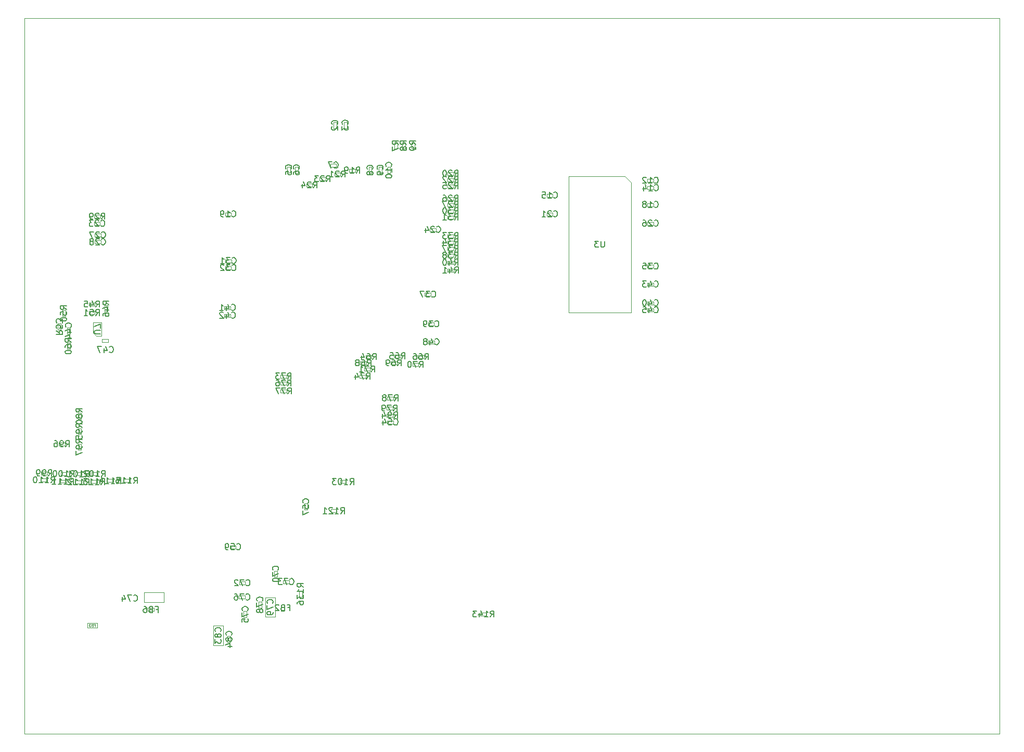
<source format=gbr>
G04 #@! TF.GenerationSoftware,KiCad,Pcbnew,5.1.6-c6e7f7d~87~ubuntu18.04.1*
G04 #@! TF.CreationDate,2020-08-14T22:19:40+05:30*
G04 #@! TF.ProjectId,Aardonyx,41617264-6f6e-4797-982e-6b696361645f,v1.0*
G04 #@! TF.SameCoordinates,Original*
G04 #@! TF.FileFunction,Other,Fab,Bot*
%FSLAX46Y46*%
G04 Gerber Fmt 4.6, Leading zero omitted, Abs format (unit mm)*
G04 Created by KiCad (PCBNEW 5.1.6-c6e7f7d~87~ubuntu18.04.1) date 2020-08-14 22:19:40*
%MOMM*%
%LPD*%
G01*
G04 APERTURE LIST*
G04 #@! TA.AperFunction,Profile*
%ADD10C,0.100000*%
G04 #@! TD*
%ADD11C,0.100000*%
%ADD12C,0.150000*%
%ADD13C,0.060000*%
G04 APERTURE END LIST*
D10*
X281706200Y-45680600D02*
X281706200Y-162210600D01*
X123106200Y-45680600D02*
X281706200Y-45680600D01*
X123106200Y-162210600D02*
X123106200Y-45680600D01*
X281706200Y-162210600D02*
X123106200Y-162210600D01*
D11*
X145730000Y-139180000D02*
X142530000Y-139180000D01*
X145730000Y-140780000D02*
X145730000Y-139180000D01*
X142530000Y-140780000D02*
X145730000Y-140780000D01*
X142530000Y-139180000D02*
X142530000Y-140780000D01*
X162268000Y-140005000D02*
X162268000Y-143205000D01*
X163868000Y-140005000D02*
X162268000Y-140005000D01*
X163868000Y-143205000D02*
X163868000Y-140005000D01*
X162268000Y-143205000D02*
X163868000Y-143205000D01*
X155400000Y-147790000D02*
X155400000Y-144590000D01*
X153800000Y-147790000D02*
X155400000Y-147790000D01*
X153800000Y-144590000D02*
X153800000Y-147790000D01*
X155400000Y-144590000D02*
X153800000Y-144590000D01*
X183075200Y-111230600D02*
X182075200Y-111230600D01*
X183075200Y-111730600D02*
X183075200Y-111230600D01*
X182075200Y-111730600D02*
X183075200Y-111730600D01*
X182075200Y-111230600D02*
X182075200Y-111730600D01*
X173812000Y-69411000D02*
X172812000Y-69411000D01*
X173812000Y-69911000D02*
X173812000Y-69411000D01*
X172812000Y-69911000D02*
X173812000Y-69911000D01*
X172812000Y-69411000D02*
X172812000Y-69911000D01*
X182625000Y-70953000D02*
X182625000Y-69953000D01*
X182125000Y-70953000D02*
X182625000Y-70953000D01*
X182125000Y-69953000D02*
X182125000Y-70953000D01*
X182625000Y-69953000D02*
X182125000Y-69953000D01*
X189007000Y-80387000D02*
X190007000Y-80387000D01*
X189007000Y-79887000D02*
X189007000Y-80387000D01*
X190007000Y-79887000D02*
X189007000Y-79887000D01*
X190007000Y-80387000D02*
X190007000Y-79887000D01*
X173359000Y-62646800D02*
X173359000Y-63646800D01*
X173859000Y-62646800D02*
X173359000Y-62646800D01*
X173859000Y-63646800D02*
X173859000Y-62646800D01*
X173359000Y-63646800D02*
X173859000Y-63646800D01*
X188730000Y-95754000D02*
X189730000Y-95754000D01*
X188730000Y-95254000D02*
X188730000Y-95754000D01*
X189730000Y-95254000D02*
X188730000Y-95254000D01*
X189730000Y-95754000D02*
X189730000Y-95254000D01*
X175035400Y-62621400D02*
X175035400Y-63621400D01*
X175535400Y-62621400D02*
X175035400Y-62621400D01*
X175535400Y-63621400D02*
X175535400Y-62621400D01*
X175035400Y-63621400D02*
X175535400Y-63621400D01*
X188212000Y-90931000D02*
X189212000Y-90931000D01*
X188212000Y-90431000D02*
X188212000Y-90931000D01*
X189212000Y-90431000D02*
X188212000Y-90431000D01*
X189212000Y-90931000D02*
X189212000Y-90431000D01*
X166325600Y-70895200D02*
X166325600Y-69895200D01*
X165825600Y-70895200D02*
X166325600Y-70895200D01*
X165825600Y-69895200D02*
X165825600Y-70895200D01*
X166325600Y-69895200D02*
X165825600Y-69895200D01*
X188753000Y-98675000D02*
X189753000Y-98675000D01*
X188753000Y-98175000D02*
X188753000Y-98675000D01*
X189753000Y-98175000D02*
X188753000Y-98175000D01*
X189753000Y-98675000D02*
X189753000Y-98175000D01*
X167606000Y-70903000D02*
X167606000Y-69903000D01*
X167106000Y-70903000D02*
X167606000Y-70903000D01*
X167106000Y-69903000D02*
X167106000Y-70903000D01*
X167606000Y-69903000D02*
X167106000Y-69903000D01*
X156606000Y-93857000D02*
X155606000Y-93857000D01*
X156606000Y-94357000D02*
X156606000Y-93857000D01*
X155606000Y-94357000D02*
X156606000Y-94357000D01*
X155606000Y-93857000D02*
X155606000Y-94357000D01*
X179577000Y-70953000D02*
X179577000Y-69953000D01*
X179077000Y-70953000D02*
X179577000Y-70953000D01*
X179077000Y-69953000D02*
X179077000Y-70953000D01*
X179577000Y-69953000D02*
X179077000Y-69953000D01*
X156710000Y-86110000D02*
X155710000Y-86110000D01*
X156710000Y-86610000D02*
X156710000Y-86110000D01*
X155710000Y-86610000D02*
X156710000Y-86610000D01*
X155710000Y-86110000D02*
X155710000Y-86610000D01*
X181228000Y-70953000D02*
X181228000Y-69953000D01*
X180728000Y-70953000D02*
X181228000Y-70953000D01*
X180728000Y-69953000D02*
X180728000Y-70953000D01*
X181228000Y-69953000D02*
X180728000Y-69953000D01*
X156608400Y-92587000D02*
X155608400Y-92587000D01*
X156608400Y-93087000D02*
X156608400Y-92587000D01*
X155608400Y-93087000D02*
X156608400Y-93087000D01*
X155608400Y-92587000D02*
X155608400Y-93087000D01*
X156710000Y-77347000D02*
X155710000Y-77347000D01*
X156710000Y-77847000D02*
X156710000Y-77347000D01*
X155710000Y-77847000D02*
X156710000Y-77847000D01*
X155710000Y-77347000D02*
X155710000Y-77847000D01*
X156733000Y-84967000D02*
X155733000Y-84967000D01*
X156733000Y-85467000D02*
X156733000Y-84967000D01*
X155733000Y-85467000D02*
X156733000Y-85467000D01*
X155733000Y-84967000D02*
X155733000Y-85467000D01*
X135720200Y-98471800D02*
X136720200Y-98471800D01*
X135720200Y-97971800D02*
X135720200Y-98471800D01*
X136720200Y-97971800D02*
X135720200Y-97971800D01*
X136720200Y-98471800D02*
X136720200Y-97971800D01*
X130026600Y-96119200D02*
X130026600Y-97119200D01*
X130526600Y-96119200D02*
X130026600Y-96119200D01*
X130526600Y-97119200D02*
X130526600Y-96119200D01*
X130026600Y-97119200D02*
X130526600Y-97119200D01*
X168634600Y-124747400D02*
X168634600Y-125747400D01*
X169134600Y-124747400D02*
X168634600Y-124747400D01*
X169134600Y-125747400D02*
X169134600Y-124747400D01*
X168634600Y-125747400D02*
X169134600Y-125747400D01*
X135475600Y-81893600D02*
X134475600Y-81893600D01*
X135475600Y-82393600D02*
X135475600Y-81893600D01*
X134475600Y-82393600D02*
X135475600Y-82393600D01*
X134475600Y-81893600D02*
X134475600Y-82393600D01*
X135475600Y-80776000D02*
X134475600Y-80776000D01*
X135475600Y-81276000D02*
X135475600Y-80776000D01*
X134475600Y-81276000D02*
X135475600Y-81276000D01*
X134475600Y-80776000D02*
X134475600Y-81276000D01*
X135374000Y-78896400D02*
X134374000Y-78896400D01*
X135374000Y-79396400D02*
X135374000Y-78896400D01*
X134374000Y-79396400D02*
X135374000Y-79396400D01*
X134374000Y-78896400D02*
X134374000Y-79396400D01*
X225417000Y-91825000D02*
X224417000Y-91825000D01*
X225417000Y-92325000D02*
X225417000Y-91825000D01*
X224417000Y-92325000D02*
X225417000Y-92325000D01*
X224417000Y-91825000D02*
X224417000Y-92325000D01*
X208034000Y-74799000D02*
X209034000Y-74799000D01*
X208034000Y-74299000D02*
X208034000Y-74799000D01*
X209034000Y-74299000D02*
X208034000Y-74299000D01*
X209034000Y-74799000D02*
X209034000Y-74299000D01*
X225417000Y-92968000D02*
X224417000Y-92968000D01*
X225417000Y-93468000D02*
X225417000Y-92968000D01*
X224417000Y-93468000D02*
X225417000Y-93468000D01*
X224417000Y-92968000D02*
X224417000Y-93468000D01*
X225417000Y-88777000D02*
X224417000Y-88777000D01*
X225417000Y-89277000D02*
X225417000Y-88777000D01*
X224417000Y-89277000D02*
X225417000Y-89277000D01*
X224417000Y-88777000D02*
X224417000Y-89277000D01*
X225417000Y-85856000D02*
X224417000Y-85856000D01*
X225417000Y-86356000D02*
X225417000Y-85856000D01*
X224417000Y-86356000D02*
X225417000Y-86356000D01*
X224417000Y-85856000D02*
X224417000Y-86356000D01*
X225417000Y-78871000D02*
X224417000Y-78871000D01*
X225417000Y-79371000D02*
X225417000Y-78871000D01*
X224417000Y-79371000D02*
X225417000Y-79371000D01*
X224417000Y-78871000D02*
X224417000Y-79371000D01*
X225417000Y-75823000D02*
X224417000Y-75823000D01*
X225417000Y-76323000D02*
X225417000Y-75823000D01*
X224417000Y-76323000D02*
X225417000Y-76323000D01*
X224417000Y-75823000D02*
X224417000Y-76323000D01*
X225417000Y-73029000D02*
X224417000Y-73029000D01*
X225417000Y-73529000D02*
X225417000Y-73029000D01*
X224417000Y-73529000D02*
X225417000Y-73529000D01*
X224417000Y-73029000D02*
X224417000Y-73529000D01*
X225417000Y-71886000D02*
X224417000Y-71886000D01*
X225417000Y-72386000D02*
X225417000Y-71886000D01*
X224417000Y-72386000D02*
X225417000Y-72386000D01*
X224417000Y-71886000D02*
X224417000Y-72386000D01*
X158973000Y-139725600D02*
X157973000Y-139725600D01*
X158973000Y-140225600D02*
X158973000Y-139725600D01*
X157973000Y-140225600D02*
X158973000Y-140225600D01*
X157973000Y-139725600D02*
X157973000Y-140225600D01*
X156474400Y-132050600D02*
X157474400Y-132050600D01*
X156474400Y-131550600D02*
X156474400Y-132050600D01*
X157474400Y-131550600D02*
X156474400Y-131550600D01*
X157474400Y-132050600D02*
X157474400Y-131550600D01*
X164220000Y-136680000D02*
X164220000Y-135680000D01*
X163720000Y-136680000D02*
X164220000Y-136680000D01*
X163720000Y-135680000D02*
X163720000Y-136680000D01*
X164220000Y-135680000D02*
X163720000Y-135680000D01*
X158996000Y-137418000D02*
X157996000Y-137418000D01*
X158996000Y-137918000D02*
X158996000Y-137418000D01*
X157996000Y-137918000D02*
X158996000Y-137918000D01*
X157996000Y-137418000D02*
X157996000Y-137918000D01*
X165131000Y-137735600D02*
X166131000Y-137735600D01*
X165131000Y-137235600D02*
X165131000Y-137735600D01*
X166131000Y-137235600D02*
X165131000Y-137235600D01*
X166131000Y-137735600D02*
X166131000Y-137235600D01*
X161167000Y-140724000D02*
X161167000Y-141724000D01*
X161667000Y-140724000D02*
X161167000Y-140724000D01*
X161667000Y-141724000D02*
X161667000Y-140724000D01*
X161167000Y-141724000D02*
X161667000Y-141724000D01*
X158754000Y-142271000D02*
X158754000Y-143271000D01*
X159254000Y-142271000D02*
X158754000Y-142271000D01*
X159254000Y-143271000D02*
X159254000Y-142271000D01*
X158754000Y-143271000D02*
X159254000Y-143271000D01*
X156628000Y-147312000D02*
X156628000Y-146312000D01*
X156128000Y-147312000D02*
X156628000Y-147312000D01*
X156128000Y-146312000D02*
X156128000Y-147312000D01*
X156628000Y-146312000D02*
X156128000Y-146312000D01*
X208034000Y-77847000D02*
X209034000Y-77847000D01*
X208034000Y-77347000D02*
X208034000Y-77847000D01*
X209034000Y-77347000D02*
X208034000Y-77347000D01*
X209034000Y-77847000D02*
X209034000Y-77347000D01*
X128633600Y-115286600D02*
X129633600Y-115286600D01*
X128633600Y-114786600D02*
X128633600Y-115286600D01*
X129633600Y-114786600D02*
X128633600Y-114786600D01*
X129633600Y-115286600D02*
X129633600Y-114786600D01*
X178577000Y-103763000D02*
X177577000Y-103763000D01*
X178577000Y-104263000D02*
X178577000Y-103763000D01*
X177577000Y-104263000D02*
X178577000Y-104263000D01*
X177577000Y-103763000D02*
X177577000Y-104263000D01*
X179316000Y-102620000D02*
X178316000Y-102620000D01*
X179316000Y-103120000D02*
X179316000Y-102620000D01*
X178316000Y-103120000D02*
X179316000Y-103120000D01*
X178316000Y-102620000D02*
X178316000Y-103120000D01*
X178704000Y-101604000D02*
X177704000Y-101604000D01*
X178704000Y-102104000D02*
X178704000Y-101604000D01*
X177704000Y-102104000D02*
X178704000Y-102104000D01*
X177704000Y-101604000D02*
X177704000Y-102104000D01*
X179570000Y-100588000D02*
X178570000Y-100588000D01*
X179570000Y-101088000D02*
X179570000Y-100588000D01*
X178570000Y-101088000D02*
X179570000Y-101088000D01*
X178570000Y-100588000D02*
X178570000Y-101088000D01*
X183657000Y-101604000D02*
X182657000Y-101604000D01*
X183657000Y-102104000D02*
X183657000Y-101604000D01*
X182657000Y-102104000D02*
X183657000Y-102104000D01*
X182657000Y-101604000D02*
X182657000Y-102104000D01*
X184269000Y-100461000D02*
X183269000Y-100461000D01*
X184269000Y-100961000D02*
X184269000Y-100461000D01*
X183269000Y-100961000D02*
X184269000Y-100961000D01*
X183269000Y-100461000D02*
X183269000Y-100961000D01*
X187190000Y-101858000D02*
X186190000Y-101858000D01*
X187190000Y-102358000D02*
X187190000Y-101858000D01*
X186190000Y-102358000D02*
X187190000Y-102358000D01*
X186190000Y-101858000D02*
X186190000Y-102358000D01*
X188079000Y-100588000D02*
X187079000Y-100588000D01*
X188079000Y-101088000D02*
X188079000Y-100588000D01*
X187079000Y-101088000D02*
X188079000Y-101088000D01*
X187079000Y-100588000D02*
X187079000Y-101088000D01*
X191928000Y-86991000D02*
X192928000Y-86991000D01*
X191928000Y-86491000D02*
X191928000Y-86991000D01*
X192928000Y-86491000D02*
X191928000Y-86491000D01*
X192928000Y-86991000D02*
X192928000Y-86491000D01*
X191905000Y-85746000D02*
X192905000Y-85746000D01*
X191905000Y-85246000D02*
X191905000Y-85746000D01*
X192905000Y-85246000D02*
X191905000Y-85246000D01*
X192905000Y-85746000D02*
X192905000Y-85246000D01*
X191905000Y-84586000D02*
X192905000Y-84586000D01*
X191905000Y-84086000D02*
X191905000Y-84586000D01*
X192905000Y-84086000D02*
X191905000Y-84086000D01*
X192905000Y-84586000D02*
X192905000Y-84086000D01*
X191905000Y-83486000D02*
X192905000Y-83486000D01*
X191905000Y-82986000D02*
X191905000Y-83486000D01*
X192905000Y-82986000D02*
X191905000Y-82986000D01*
X192905000Y-83486000D02*
X192905000Y-82986000D01*
X191905000Y-82419000D02*
X192905000Y-82419000D01*
X191905000Y-81919000D02*
X191905000Y-82419000D01*
X192905000Y-81919000D02*
X191905000Y-81919000D01*
X192905000Y-82419000D02*
X192905000Y-81919000D01*
X191905000Y-81403000D02*
X192905000Y-81403000D01*
X191905000Y-80903000D02*
X191905000Y-81403000D01*
X192905000Y-80903000D02*
X191905000Y-80903000D01*
X192905000Y-81403000D02*
X192905000Y-80903000D01*
X191905000Y-78355000D02*
X192905000Y-78355000D01*
X191905000Y-77855000D02*
X191905000Y-78355000D01*
X192905000Y-77855000D02*
X191905000Y-77855000D01*
X192905000Y-78355000D02*
X192905000Y-77855000D01*
X191905000Y-77339000D02*
X192905000Y-77339000D01*
X191905000Y-76839000D02*
X191905000Y-77339000D01*
X192905000Y-76839000D02*
X191905000Y-76839000D01*
X192905000Y-77339000D02*
X192905000Y-76839000D01*
X191905000Y-76323000D02*
X192905000Y-76323000D01*
X191905000Y-75823000D02*
X191905000Y-76323000D01*
X192905000Y-75823000D02*
X191905000Y-75823000D01*
X192905000Y-76323000D02*
X192905000Y-75823000D01*
X191905000Y-75307000D02*
X192905000Y-75307000D01*
X191905000Y-74807000D02*
X191905000Y-75307000D01*
X192905000Y-74807000D02*
X191905000Y-74807000D01*
X192905000Y-75307000D02*
X192905000Y-74807000D01*
X191905000Y-73275000D02*
X192905000Y-73275000D01*
X191905000Y-72775000D02*
X191905000Y-73275000D01*
X192905000Y-72775000D02*
X191905000Y-72775000D01*
X192905000Y-73275000D02*
X192905000Y-72775000D01*
X191905000Y-72259000D02*
X192905000Y-72259000D01*
X191905000Y-71759000D02*
X191905000Y-72259000D01*
X192905000Y-71759000D02*
X191905000Y-71759000D01*
X192905000Y-72259000D02*
X192905000Y-71759000D01*
X186559000Y-66921000D02*
X186559000Y-65921000D01*
X186059000Y-66921000D02*
X186559000Y-66921000D01*
X186059000Y-65921000D02*
X186059000Y-66921000D01*
X186559000Y-65921000D02*
X186059000Y-65921000D01*
X185035000Y-66944000D02*
X185035000Y-65944000D01*
X184535000Y-66944000D02*
X185035000Y-66944000D01*
X184535000Y-65944000D02*
X184535000Y-66944000D01*
X185035000Y-65944000D02*
X184535000Y-65944000D01*
X183765000Y-66944000D02*
X183765000Y-65944000D01*
X183265000Y-66944000D02*
X183765000Y-66944000D01*
X183265000Y-65944000D02*
X183265000Y-66944000D01*
X183765000Y-65944000D02*
X183265000Y-65944000D01*
X169918000Y-72648000D02*
X168918000Y-72648000D01*
X169918000Y-73148000D02*
X169918000Y-72648000D01*
X168918000Y-73148000D02*
X169918000Y-73148000D01*
X168918000Y-72648000D02*
X168918000Y-73148000D01*
X172054000Y-71632000D02*
X171054000Y-71632000D01*
X172054000Y-72132000D02*
X172054000Y-71632000D01*
X171054000Y-72132000D02*
X172054000Y-72132000D01*
X171054000Y-71632000D02*
X171054000Y-72132000D01*
X175903000Y-70735000D02*
X176903000Y-70735000D01*
X175903000Y-70235000D02*
X175903000Y-70735000D01*
X176903000Y-70235000D02*
X175903000Y-70235000D01*
X176903000Y-70735000D02*
X176903000Y-70235000D01*
X174490000Y-70870000D02*
X173490000Y-70870000D01*
X174490000Y-71370000D02*
X174490000Y-70870000D01*
X173490000Y-71370000D02*
X174490000Y-71370000D01*
X173490000Y-70870000D02*
X173490000Y-71370000D01*
X165727000Y-103763000D02*
X164727000Y-103763000D01*
X165727000Y-104263000D02*
X165727000Y-103763000D01*
X164727000Y-104263000D02*
X165727000Y-104263000D01*
X164727000Y-103763000D02*
X164727000Y-104263000D01*
X165727000Y-104906000D02*
X164727000Y-104906000D01*
X165727000Y-105406000D02*
X165727000Y-104906000D01*
X164727000Y-105406000D02*
X165727000Y-105406000D01*
X164727000Y-104906000D02*
X164727000Y-105406000D01*
X165750000Y-106176000D02*
X164750000Y-106176000D01*
X165750000Y-106676000D02*
X165750000Y-106176000D01*
X164750000Y-106676000D02*
X165750000Y-106676000D01*
X164750000Y-106176000D02*
X164750000Y-106676000D01*
X183024400Y-110113000D02*
X182024400Y-110113000D01*
X183024400Y-110613000D02*
X183024400Y-110113000D01*
X182024400Y-110613000D02*
X183024400Y-110613000D01*
X182024400Y-110113000D02*
X182024400Y-110613000D01*
X182976000Y-108970000D02*
X181976000Y-108970000D01*
X182976000Y-109470000D02*
X182976000Y-108970000D01*
X181976000Y-109470000D02*
X182976000Y-109470000D01*
X181976000Y-108970000D02*
X181976000Y-109470000D01*
X183103000Y-107319000D02*
X182103000Y-107319000D01*
X183103000Y-107819000D02*
X183103000Y-107319000D01*
X182103000Y-107819000D02*
X183103000Y-107819000D01*
X182103000Y-107319000D02*
X182103000Y-107819000D01*
X136122600Y-92489400D02*
X136122600Y-93489400D01*
X136622600Y-92489400D02*
X136122600Y-92489400D01*
X136622600Y-93489400D02*
X136622600Y-92489400D01*
X136122600Y-93489400D02*
X136622600Y-93489400D01*
X128451800Y-95435800D02*
X128451800Y-96435800D01*
X128951800Y-95435800D02*
X128451800Y-95435800D01*
X128951800Y-96435800D02*
X128951800Y-95435800D01*
X128451800Y-96435800D02*
X128951800Y-96435800D01*
X129975800Y-98585400D02*
X129975800Y-99585400D01*
X130475800Y-98585400D02*
X129975800Y-98585400D01*
X130475800Y-99585400D02*
X130475800Y-98585400D01*
X129975800Y-99585400D02*
X130475800Y-99585400D01*
X197262000Y-142998000D02*
X198262000Y-142998000D01*
X197262000Y-142498000D02*
X197262000Y-142998000D01*
X198262000Y-142498000D02*
X197262000Y-142498000D01*
X198262000Y-142998000D02*
X198262000Y-142498000D01*
X135424800Y-77728000D02*
X134424800Y-77728000D01*
X135424800Y-78228000D02*
X135424800Y-77728000D01*
X134424800Y-78228000D02*
X135424800Y-78228000D01*
X134424800Y-77728000D02*
X134424800Y-78228000D01*
X136507600Y-121255600D02*
X137507600Y-121255600D01*
X136507600Y-120755600D02*
X136507600Y-121255600D01*
X137507600Y-120755600D02*
X136507600Y-120755600D01*
X137507600Y-121255600D02*
X137507600Y-120755600D01*
X139225400Y-121230200D02*
X140225400Y-121230200D01*
X139225400Y-120730200D02*
X139225400Y-121230200D01*
X140225400Y-120730200D02*
X139225400Y-120730200D01*
X140225400Y-121230200D02*
X140225400Y-120730200D01*
X133990600Y-120138000D02*
X134990600Y-120138000D01*
X133990600Y-119638000D02*
X133990600Y-120138000D01*
X134990600Y-119638000D02*
X133990600Y-119638000D01*
X134990600Y-120138000D02*
X134990600Y-119638000D01*
X134919200Y-120933400D02*
X133919200Y-120933400D01*
X134919200Y-121433400D02*
X134919200Y-120933400D01*
X133919200Y-121433400D02*
X134919200Y-121433400D01*
X133919200Y-120933400D02*
X133919200Y-121433400D01*
X131402200Y-121484200D02*
X132402200Y-121484200D01*
X131402200Y-120984200D02*
X131402200Y-121484200D01*
X132402200Y-120984200D02*
X131402200Y-120984200D01*
X132402200Y-121484200D02*
X132402200Y-120984200D01*
X132379200Y-119663400D02*
X131379200Y-119663400D01*
X132379200Y-120163400D02*
X132379200Y-119663400D01*
X131379200Y-120163400D02*
X132379200Y-120163400D01*
X131379200Y-119663400D02*
X131379200Y-120163400D01*
X128910600Y-121357200D02*
X129910600Y-121357200D01*
X128910600Y-120857200D02*
X128910600Y-121357200D01*
X129910600Y-120857200D02*
X128910600Y-120857200D01*
X129910600Y-121357200D02*
X129910600Y-120857200D01*
X125763400Y-121154000D02*
X126763400Y-121154000D01*
X125763400Y-120654000D02*
X125763400Y-121154000D01*
X126763400Y-120654000D02*
X125763400Y-120654000D01*
X126763400Y-121154000D02*
X126763400Y-120654000D01*
X126788800Y-119536400D02*
X125788800Y-119536400D01*
X126788800Y-120036400D02*
X126788800Y-119536400D01*
X125788800Y-120036400D02*
X126788800Y-120036400D01*
X125788800Y-119536400D02*
X125788800Y-120036400D01*
X167771000Y-138946000D02*
X167771000Y-139946000D01*
X168271000Y-138946000D02*
X167771000Y-138946000D01*
X168271000Y-139946000D02*
X168271000Y-138946000D01*
X167771000Y-139946000D02*
X168271000Y-139946000D01*
X175429800Y-120933400D02*
X174429800Y-120933400D01*
X175429800Y-121433400D02*
X175429800Y-120933400D01*
X174429800Y-121433400D02*
X175429800Y-121433400D01*
X174429800Y-120933400D02*
X174429800Y-121433400D01*
X173905800Y-125657800D02*
X172905800Y-125657800D01*
X173905800Y-126157800D02*
X173905800Y-125657800D01*
X172905800Y-126157800D02*
X173905800Y-126157800D01*
X172905800Y-125657800D02*
X172905800Y-126157800D01*
X129713800Y-94251400D02*
X129713800Y-93251400D01*
X129213800Y-94251400D02*
X129713800Y-94251400D01*
X129213800Y-93251400D02*
X129213800Y-94251400D01*
X129713800Y-93251400D02*
X129213800Y-93251400D01*
X134535800Y-93399800D02*
X133535800Y-93399800D01*
X134535800Y-93899800D02*
X134535800Y-93399800D01*
X133535800Y-93899800D02*
X134535800Y-93899800D01*
X133535800Y-93399800D02*
X133535800Y-93899800D01*
X134535800Y-92028200D02*
X133535800Y-92028200D01*
X134535800Y-92528200D02*
X134535800Y-92028200D01*
X133535800Y-92528200D02*
X134535800Y-92528200D01*
X133535800Y-92028200D02*
X133535800Y-92528200D01*
X132253800Y-110974400D02*
X132253800Y-109974400D01*
X131753800Y-110974400D02*
X132253800Y-110974400D01*
X131753800Y-109974400D02*
X131753800Y-110974400D01*
X132253800Y-109974400D02*
X131753800Y-109974400D01*
X131753800Y-112479200D02*
X131753800Y-113479200D01*
X132253800Y-112479200D02*
X131753800Y-112479200D01*
X132253800Y-113479200D02*
X132253800Y-112479200D01*
X131753800Y-113479200D02*
X132253800Y-113479200D01*
X132253800Y-116019200D02*
X132253800Y-115019200D01*
X131753800Y-116019200D02*
X132253800Y-116019200D01*
X131753800Y-115019200D02*
X131753800Y-116019200D01*
X132253800Y-115019200D02*
X131753800Y-115019200D01*
X129961400Y-119638000D02*
X128961400Y-119638000D01*
X129961400Y-120138000D02*
X129961400Y-119638000D01*
X128961400Y-120138000D02*
X129961400Y-120138000D01*
X128961400Y-119638000D02*
X128961400Y-120138000D01*
X191905000Y-71243000D02*
X192905000Y-71243000D01*
X191905000Y-70743000D02*
X191905000Y-71243000D01*
X192905000Y-70743000D02*
X191905000Y-70743000D01*
X192905000Y-71243000D02*
X192905000Y-70743000D01*
X220757000Y-71440000D02*
X211597000Y-71440000D01*
X211597000Y-71440000D02*
X211597000Y-93660000D01*
X211597000Y-93660000D02*
X221757000Y-93660000D01*
X221757000Y-93660000D02*
X221757000Y-72440000D01*
X221759000Y-72446500D02*
X220759000Y-71446500D01*
X134724400Y-97442200D02*
X134224400Y-96942200D01*
X135574400Y-95242200D02*
X134224400Y-95242200D01*
X135574400Y-97442200D02*
X135574400Y-95242200D01*
X134224400Y-96942200D02*
X134224400Y-95242200D01*
X135574400Y-97442200D02*
X134724400Y-97442200D01*
X144122000Y-141762000D02*
X143122000Y-141762000D01*
X144122000Y-142262000D02*
X144122000Y-141762000D01*
X143122000Y-142262000D02*
X144122000Y-142262000D01*
X143122000Y-141762000D02*
X143122000Y-142262000D01*
X165350000Y-142232000D02*
X165350000Y-141232000D01*
X164850000Y-142232000D02*
X165350000Y-142232000D01*
X164850000Y-141232000D02*
X164850000Y-142232000D01*
X165350000Y-141232000D02*
X164850000Y-141232000D01*
X134880000Y-144150000D02*
X133280000Y-144150000D01*
X134880000Y-144950000D02*
X134880000Y-144150000D01*
X133280000Y-144950000D02*
X134880000Y-144950000D01*
X133280000Y-144150000D02*
X133280000Y-144950000D01*
D12*
X140829057Y-140527742D02*
X140876676Y-140575361D01*
X141019533Y-140622980D01*
X141114771Y-140622980D01*
X141257628Y-140575361D01*
X141352866Y-140480123D01*
X141400485Y-140384885D01*
X141448104Y-140194409D01*
X141448104Y-140051552D01*
X141400485Y-139861076D01*
X141352866Y-139765838D01*
X141257628Y-139670600D01*
X141114771Y-139622980D01*
X141019533Y-139622980D01*
X140876676Y-139670600D01*
X140829057Y-139718219D01*
X140495723Y-139622980D02*
X139829057Y-139622980D01*
X140257628Y-140622980D01*
X139019533Y-139956314D02*
X139019533Y-140622980D01*
X139257628Y-139575361D02*
X139495723Y-140289647D01*
X138876676Y-140289647D01*
X163425142Y-140962142D02*
X163472761Y-140914523D01*
X163520380Y-140771666D01*
X163520380Y-140676428D01*
X163472761Y-140533571D01*
X163377523Y-140438333D01*
X163282285Y-140390714D01*
X163091809Y-140343095D01*
X162948952Y-140343095D01*
X162758476Y-140390714D01*
X162663238Y-140438333D01*
X162568000Y-140533571D01*
X162520380Y-140676428D01*
X162520380Y-140771666D01*
X162568000Y-140914523D01*
X162615619Y-140962142D01*
X162520380Y-141295476D02*
X162520380Y-141962142D01*
X163520380Y-141533571D01*
X163520380Y-142390714D02*
X163520380Y-142581190D01*
X163472761Y-142676428D01*
X163425142Y-142724047D01*
X163282285Y-142819285D01*
X163091809Y-142866904D01*
X162710857Y-142866904D01*
X162615619Y-142819285D01*
X162568000Y-142771666D01*
X162520380Y-142676428D01*
X162520380Y-142485952D01*
X162568000Y-142390714D01*
X162615619Y-142343095D01*
X162710857Y-142295476D01*
X162948952Y-142295476D01*
X163044190Y-142343095D01*
X163091809Y-142390714D01*
X163139428Y-142485952D01*
X163139428Y-142676428D01*
X163091809Y-142771666D01*
X163044190Y-142819285D01*
X162948952Y-142866904D01*
X154957142Y-145547142D02*
X155004761Y-145499523D01*
X155052380Y-145356666D01*
X155052380Y-145261428D01*
X155004761Y-145118571D01*
X154909523Y-145023333D01*
X154814285Y-144975714D01*
X154623809Y-144928095D01*
X154480952Y-144928095D01*
X154290476Y-144975714D01*
X154195238Y-145023333D01*
X154100000Y-145118571D01*
X154052380Y-145261428D01*
X154052380Y-145356666D01*
X154100000Y-145499523D01*
X154147619Y-145547142D01*
X154480952Y-146118571D02*
X154433333Y-146023333D01*
X154385714Y-145975714D01*
X154290476Y-145928095D01*
X154242857Y-145928095D01*
X154147619Y-145975714D01*
X154100000Y-146023333D01*
X154052380Y-146118571D01*
X154052380Y-146309047D01*
X154100000Y-146404285D01*
X154147619Y-146451904D01*
X154242857Y-146499523D01*
X154290476Y-146499523D01*
X154385714Y-146451904D01*
X154433333Y-146404285D01*
X154480952Y-146309047D01*
X154480952Y-146118571D01*
X154528571Y-146023333D01*
X154576190Y-145975714D01*
X154671428Y-145928095D01*
X154861904Y-145928095D01*
X154957142Y-145975714D01*
X155004761Y-146023333D01*
X155052380Y-146118571D01*
X155052380Y-146309047D01*
X155004761Y-146404285D01*
X154957142Y-146451904D01*
X154861904Y-146499523D01*
X154671428Y-146499523D01*
X154576190Y-146451904D01*
X154528571Y-146404285D01*
X154480952Y-146309047D01*
X154052380Y-146832857D02*
X154052380Y-147451904D01*
X154433333Y-147118571D01*
X154433333Y-147261428D01*
X154480952Y-147356666D01*
X154528571Y-147404285D01*
X154623809Y-147451904D01*
X154861904Y-147451904D01*
X154957142Y-147404285D01*
X155004761Y-147356666D01*
X155052380Y-147261428D01*
X155052380Y-146975714D01*
X155004761Y-146880476D01*
X154957142Y-146832857D01*
X183218057Y-111837742D02*
X183265676Y-111885361D01*
X183408533Y-111932980D01*
X183503771Y-111932980D01*
X183646628Y-111885361D01*
X183741866Y-111790123D01*
X183789485Y-111694885D01*
X183837104Y-111504409D01*
X183837104Y-111361552D01*
X183789485Y-111171076D01*
X183741866Y-111075838D01*
X183646628Y-110980600D01*
X183503771Y-110932980D01*
X183408533Y-110932980D01*
X183265676Y-110980600D01*
X183218057Y-111028219D01*
X182313295Y-110932980D02*
X182789485Y-110932980D01*
X182837104Y-111409171D01*
X182789485Y-111361552D01*
X182694247Y-111313933D01*
X182456152Y-111313933D01*
X182360914Y-111361552D01*
X182313295Y-111409171D01*
X182265676Y-111504409D01*
X182265676Y-111742504D01*
X182313295Y-111837742D01*
X182360914Y-111885361D01*
X182456152Y-111932980D01*
X182694247Y-111932980D01*
X182789485Y-111885361D01*
X182837104Y-111837742D01*
X181408533Y-111266314D02*
X181408533Y-111932980D01*
X181646628Y-110885361D02*
X181884723Y-111599647D01*
X181265676Y-111599647D01*
X173478666Y-70018142D02*
X173526285Y-70065761D01*
X173669142Y-70113380D01*
X173764380Y-70113380D01*
X173907238Y-70065761D01*
X174002476Y-69970523D01*
X174050095Y-69875285D01*
X174097714Y-69684809D01*
X174097714Y-69541952D01*
X174050095Y-69351476D01*
X174002476Y-69256238D01*
X173907238Y-69161000D01*
X173764380Y-69113380D01*
X173669142Y-69113380D01*
X173526285Y-69161000D01*
X173478666Y-69208619D01*
X173145333Y-69113380D02*
X172478666Y-69113380D01*
X172907238Y-70113380D01*
X182732142Y-69810142D02*
X182779761Y-69762523D01*
X182827380Y-69619666D01*
X182827380Y-69524428D01*
X182779761Y-69381571D01*
X182684523Y-69286333D01*
X182589285Y-69238714D01*
X182398809Y-69191095D01*
X182255952Y-69191095D01*
X182065476Y-69238714D01*
X181970238Y-69286333D01*
X181875000Y-69381571D01*
X181827380Y-69524428D01*
X181827380Y-69619666D01*
X181875000Y-69762523D01*
X181922619Y-69810142D01*
X182827380Y-70762523D02*
X182827380Y-70191095D01*
X182827380Y-70476809D02*
X181827380Y-70476809D01*
X181970238Y-70381571D01*
X182065476Y-70286333D01*
X182113095Y-70191095D01*
X181827380Y-71381571D02*
X181827380Y-71476809D01*
X181875000Y-71572047D01*
X181922619Y-71619666D01*
X182017857Y-71667285D01*
X182208333Y-71714904D01*
X182446428Y-71714904D01*
X182636904Y-71667285D01*
X182732142Y-71619666D01*
X182779761Y-71572047D01*
X182827380Y-71476809D01*
X182827380Y-71381571D01*
X182779761Y-71286333D01*
X182732142Y-71238714D01*
X182636904Y-71191095D01*
X182446428Y-71143476D01*
X182208333Y-71143476D01*
X182017857Y-71191095D01*
X181922619Y-71238714D01*
X181875000Y-71286333D01*
X181827380Y-71381571D01*
X190149857Y-80494142D02*
X190197476Y-80541761D01*
X190340333Y-80589380D01*
X190435571Y-80589380D01*
X190578428Y-80541761D01*
X190673666Y-80446523D01*
X190721285Y-80351285D01*
X190768904Y-80160809D01*
X190768904Y-80017952D01*
X190721285Y-79827476D01*
X190673666Y-79732238D01*
X190578428Y-79637000D01*
X190435571Y-79589380D01*
X190340333Y-79589380D01*
X190197476Y-79637000D01*
X190149857Y-79684619D01*
X189768904Y-79684619D02*
X189721285Y-79637000D01*
X189626047Y-79589380D01*
X189387952Y-79589380D01*
X189292714Y-79637000D01*
X189245095Y-79684619D01*
X189197476Y-79779857D01*
X189197476Y-79875095D01*
X189245095Y-80017952D01*
X189816523Y-80589380D01*
X189197476Y-80589380D01*
X188340333Y-79922714D02*
X188340333Y-80589380D01*
X188578428Y-79541761D02*
X188816523Y-80256047D01*
X188197476Y-80256047D01*
X173966142Y-62980133D02*
X174013761Y-62932514D01*
X174061380Y-62789657D01*
X174061380Y-62694419D01*
X174013761Y-62551561D01*
X173918523Y-62456323D01*
X173823285Y-62408704D01*
X173632809Y-62361085D01*
X173489952Y-62361085D01*
X173299476Y-62408704D01*
X173204238Y-62456323D01*
X173109000Y-62551561D01*
X173061380Y-62694419D01*
X173061380Y-62789657D01*
X173109000Y-62932514D01*
X173156619Y-62980133D01*
X173156619Y-63361085D02*
X173109000Y-63408704D01*
X173061380Y-63503942D01*
X173061380Y-63742038D01*
X173109000Y-63837276D01*
X173156619Y-63884895D01*
X173251857Y-63932514D01*
X173347095Y-63932514D01*
X173489952Y-63884895D01*
X174061380Y-63313466D01*
X174061380Y-63932514D01*
X189872857Y-95861142D02*
X189920476Y-95908761D01*
X190063333Y-95956380D01*
X190158571Y-95956380D01*
X190301428Y-95908761D01*
X190396666Y-95813523D01*
X190444285Y-95718285D01*
X190491904Y-95527809D01*
X190491904Y-95384952D01*
X190444285Y-95194476D01*
X190396666Y-95099238D01*
X190301428Y-95004000D01*
X190158571Y-94956380D01*
X190063333Y-94956380D01*
X189920476Y-95004000D01*
X189872857Y-95051619D01*
X189539523Y-94956380D02*
X188920476Y-94956380D01*
X189253809Y-95337333D01*
X189110952Y-95337333D01*
X189015714Y-95384952D01*
X188968095Y-95432571D01*
X188920476Y-95527809D01*
X188920476Y-95765904D01*
X188968095Y-95861142D01*
X189015714Y-95908761D01*
X189110952Y-95956380D01*
X189396666Y-95956380D01*
X189491904Y-95908761D01*
X189539523Y-95861142D01*
X188444285Y-95956380D02*
X188253809Y-95956380D01*
X188158571Y-95908761D01*
X188110952Y-95861142D01*
X188015714Y-95718285D01*
X187968095Y-95527809D01*
X187968095Y-95146857D01*
X188015714Y-95051619D01*
X188063333Y-95004000D01*
X188158571Y-94956380D01*
X188349047Y-94956380D01*
X188444285Y-95004000D01*
X188491904Y-95051619D01*
X188539523Y-95146857D01*
X188539523Y-95384952D01*
X188491904Y-95480190D01*
X188444285Y-95527809D01*
X188349047Y-95575428D01*
X188158571Y-95575428D01*
X188063333Y-95527809D01*
X188015714Y-95480190D01*
X187968095Y-95384952D01*
X175642542Y-62954733D02*
X175690161Y-62907114D01*
X175737780Y-62764257D01*
X175737780Y-62669019D01*
X175690161Y-62526161D01*
X175594923Y-62430923D01*
X175499685Y-62383304D01*
X175309209Y-62335685D01*
X175166352Y-62335685D01*
X174975876Y-62383304D01*
X174880638Y-62430923D01*
X174785400Y-62526161D01*
X174737780Y-62669019D01*
X174737780Y-62764257D01*
X174785400Y-62907114D01*
X174833019Y-62954733D01*
X174737780Y-63288066D02*
X174737780Y-63907114D01*
X175118733Y-63573780D01*
X175118733Y-63716638D01*
X175166352Y-63811876D01*
X175213971Y-63859495D01*
X175309209Y-63907114D01*
X175547304Y-63907114D01*
X175642542Y-63859495D01*
X175690161Y-63811876D01*
X175737780Y-63716638D01*
X175737780Y-63430923D01*
X175690161Y-63335685D01*
X175642542Y-63288066D01*
X189354857Y-91038142D02*
X189402476Y-91085761D01*
X189545333Y-91133380D01*
X189640571Y-91133380D01*
X189783428Y-91085761D01*
X189878666Y-90990523D01*
X189926285Y-90895285D01*
X189973904Y-90704809D01*
X189973904Y-90561952D01*
X189926285Y-90371476D01*
X189878666Y-90276238D01*
X189783428Y-90181000D01*
X189640571Y-90133380D01*
X189545333Y-90133380D01*
X189402476Y-90181000D01*
X189354857Y-90228619D01*
X189021523Y-90133380D02*
X188402476Y-90133380D01*
X188735809Y-90514333D01*
X188592952Y-90514333D01*
X188497714Y-90561952D01*
X188450095Y-90609571D01*
X188402476Y-90704809D01*
X188402476Y-90942904D01*
X188450095Y-91038142D01*
X188497714Y-91085761D01*
X188592952Y-91133380D01*
X188878666Y-91133380D01*
X188973904Y-91085761D01*
X189021523Y-91038142D01*
X188069142Y-90133380D02*
X187402476Y-90133380D01*
X187831047Y-91133380D01*
X166432742Y-70228533D02*
X166480361Y-70180914D01*
X166527980Y-70038057D01*
X166527980Y-69942819D01*
X166480361Y-69799961D01*
X166385123Y-69704723D01*
X166289885Y-69657104D01*
X166099409Y-69609485D01*
X165956552Y-69609485D01*
X165766076Y-69657104D01*
X165670838Y-69704723D01*
X165575600Y-69799961D01*
X165527980Y-69942819D01*
X165527980Y-70038057D01*
X165575600Y-70180914D01*
X165623219Y-70228533D01*
X165527980Y-71133295D02*
X165527980Y-70657104D01*
X166004171Y-70609485D01*
X165956552Y-70657104D01*
X165908933Y-70752342D01*
X165908933Y-70990438D01*
X165956552Y-71085676D01*
X166004171Y-71133295D01*
X166099409Y-71180914D01*
X166337504Y-71180914D01*
X166432742Y-71133295D01*
X166480361Y-71085676D01*
X166527980Y-70990438D01*
X166527980Y-70752342D01*
X166480361Y-70657104D01*
X166432742Y-70609485D01*
X189895857Y-98782142D02*
X189943476Y-98829761D01*
X190086333Y-98877380D01*
X190181571Y-98877380D01*
X190324428Y-98829761D01*
X190419666Y-98734523D01*
X190467285Y-98639285D01*
X190514904Y-98448809D01*
X190514904Y-98305952D01*
X190467285Y-98115476D01*
X190419666Y-98020238D01*
X190324428Y-97925000D01*
X190181571Y-97877380D01*
X190086333Y-97877380D01*
X189943476Y-97925000D01*
X189895857Y-97972619D01*
X189038714Y-98210714D02*
X189038714Y-98877380D01*
X189276809Y-97829761D02*
X189514904Y-98544047D01*
X188895857Y-98544047D01*
X188372047Y-98305952D02*
X188467285Y-98258333D01*
X188514904Y-98210714D01*
X188562523Y-98115476D01*
X188562523Y-98067857D01*
X188514904Y-97972619D01*
X188467285Y-97925000D01*
X188372047Y-97877380D01*
X188181571Y-97877380D01*
X188086333Y-97925000D01*
X188038714Y-97972619D01*
X187991095Y-98067857D01*
X187991095Y-98115476D01*
X188038714Y-98210714D01*
X188086333Y-98258333D01*
X188181571Y-98305952D01*
X188372047Y-98305952D01*
X188467285Y-98353571D01*
X188514904Y-98401190D01*
X188562523Y-98496428D01*
X188562523Y-98686904D01*
X188514904Y-98782142D01*
X188467285Y-98829761D01*
X188372047Y-98877380D01*
X188181571Y-98877380D01*
X188086333Y-98829761D01*
X188038714Y-98782142D01*
X187991095Y-98686904D01*
X187991095Y-98496428D01*
X188038714Y-98401190D01*
X188086333Y-98353571D01*
X188181571Y-98305952D01*
X167713142Y-70236333D02*
X167760761Y-70188714D01*
X167808380Y-70045857D01*
X167808380Y-69950619D01*
X167760761Y-69807761D01*
X167665523Y-69712523D01*
X167570285Y-69664904D01*
X167379809Y-69617285D01*
X167236952Y-69617285D01*
X167046476Y-69664904D01*
X166951238Y-69712523D01*
X166856000Y-69807761D01*
X166808380Y-69950619D01*
X166808380Y-70045857D01*
X166856000Y-70188714D01*
X166903619Y-70236333D01*
X166808380Y-71093476D02*
X166808380Y-70903000D01*
X166856000Y-70807761D01*
X166903619Y-70760142D01*
X167046476Y-70664904D01*
X167236952Y-70617285D01*
X167617904Y-70617285D01*
X167713142Y-70664904D01*
X167760761Y-70712523D01*
X167808380Y-70807761D01*
X167808380Y-70998238D01*
X167760761Y-71093476D01*
X167713142Y-71141095D01*
X167617904Y-71188714D01*
X167379809Y-71188714D01*
X167284571Y-71141095D01*
X167236952Y-71093476D01*
X167189333Y-70998238D01*
X167189333Y-70807761D01*
X167236952Y-70712523D01*
X167284571Y-70664904D01*
X167379809Y-70617285D01*
X156748857Y-94464142D02*
X156796476Y-94511761D01*
X156939333Y-94559380D01*
X157034571Y-94559380D01*
X157177428Y-94511761D01*
X157272666Y-94416523D01*
X157320285Y-94321285D01*
X157367904Y-94130809D01*
X157367904Y-93987952D01*
X157320285Y-93797476D01*
X157272666Y-93702238D01*
X157177428Y-93607000D01*
X157034571Y-93559380D01*
X156939333Y-93559380D01*
X156796476Y-93607000D01*
X156748857Y-93654619D01*
X155891714Y-93892714D02*
X155891714Y-94559380D01*
X156129809Y-93511761D02*
X156367904Y-94226047D01*
X155748857Y-94226047D01*
X155415523Y-93654619D02*
X155367904Y-93607000D01*
X155272666Y-93559380D01*
X155034571Y-93559380D01*
X154939333Y-93607000D01*
X154891714Y-93654619D01*
X154844095Y-93749857D01*
X154844095Y-93845095D01*
X154891714Y-93987952D01*
X155463142Y-94559380D01*
X154844095Y-94559380D01*
X179684142Y-70286333D02*
X179731761Y-70238714D01*
X179779380Y-70095857D01*
X179779380Y-70000619D01*
X179731761Y-69857761D01*
X179636523Y-69762523D01*
X179541285Y-69714904D01*
X179350809Y-69667285D01*
X179207952Y-69667285D01*
X179017476Y-69714904D01*
X178922238Y-69762523D01*
X178827000Y-69857761D01*
X178779380Y-70000619D01*
X178779380Y-70095857D01*
X178827000Y-70238714D01*
X178874619Y-70286333D01*
X179207952Y-70857761D02*
X179160333Y-70762523D01*
X179112714Y-70714904D01*
X179017476Y-70667285D01*
X178969857Y-70667285D01*
X178874619Y-70714904D01*
X178827000Y-70762523D01*
X178779380Y-70857761D01*
X178779380Y-71048238D01*
X178827000Y-71143476D01*
X178874619Y-71191095D01*
X178969857Y-71238714D01*
X179017476Y-71238714D01*
X179112714Y-71191095D01*
X179160333Y-71143476D01*
X179207952Y-71048238D01*
X179207952Y-70857761D01*
X179255571Y-70762523D01*
X179303190Y-70714904D01*
X179398428Y-70667285D01*
X179588904Y-70667285D01*
X179684142Y-70714904D01*
X179731761Y-70762523D01*
X179779380Y-70857761D01*
X179779380Y-71048238D01*
X179731761Y-71143476D01*
X179684142Y-71191095D01*
X179588904Y-71238714D01*
X179398428Y-71238714D01*
X179303190Y-71191095D01*
X179255571Y-71143476D01*
X179207952Y-71048238D01*
X156852857Y-86717142D02*
X156900476Y-86764761D01*
X157043333Y-86812380D01*
X157138571Y-86812380D01*
X157281428Y-86764761D01*
X157376666Y-86669523D01*
X157424285Y-86574285D01*
X157471904Y-86383809D01*
X157471904Y-86240952D01*
X157424285Y-86050476D01*
X157376666Y-85955238D01*
X157281428Y-85860000D01*
X157138571Y-85812380D01*
X157043333Y-85812380D01*
X156900476Y-85860000D01*
X156852857Y-85907619D01*
X156519523Y-85812380D02*
X155900476Y-85812380D01*
X156233809Y-86193333D01*
X156090952Y-86193333D01*
X155995714Y-86240952D01*
X155948095Y-86288571D01*
X155900476Y-86383809D01*
X155900476Y-86621904D01*
X155948095Y-86717142D01*
X155995714Y-86764761D01*
X156090952Y-86812380D01*
X156376666Y-86812380D01*
X156471904Y-86764761D01*
X156519523Y-86717142D01*
X155519523Y-85907619D02*
X155471904Y-85860000D01*
X155376666Y-85812380D01*
X155138571Y-85812380D01*
X155043333Y-85860000D01*
X154995714Y-85907619D01*
X154948095Y-86002857D01*
X154948095Y-86098095D01*
X154995714Y-86240952D01*
X155567142Y-86812380D01*
X154948095Y-86812380D01*
X181335142Y-70286333D02*
X181382761Y-70238714D01*
X181430380Y-70095857D01*
X181430380Y-70000619D01*
X181382761Y-69857761D01*
X181287523Y-69762523D01*
X181192285Y-69714904D01*
X181001809Y-69667285D01*
X180858952Y-69667285D01*
X180668476Y-69714904D01*
X180573238Y-69762523D01*
X180478000Y-69857761D01*
X180430380Y-70000619D01*
X180430380Y-70095857D01*
X180478000Y-70238714D01*
X180525619Y-70286333D01*
X181430380Y-70762523D02*
X181430380Y-70953000D01*
X181382761Y-71048238D01*
X181335142Y-71095857D01*
X181192285Y-71191095D01*
X181001809Y-71238714D01*
X180620857Y-71238714D01*
X180525619Y-71191095D01*
X180478000Y-71143476D01*
X180430380Y-71048238D01*
X180430380Y-70857761D01*
X180478000Y-70762523D01*
X180525619Y-70714904D01*
X180620857Y-70667285D01*
X180858952Y-70667285D01*
X180954190Y-70714904D01*
X181001809Y-70762523D01*
X181049428Y-70857761D01*
X181049428Y-71048238D01*
X181001809Y-71143476D01*
X180954190Y-71191095D01*
X180858952Y-71238714D01*
X156751257Y-93194142D02*
X156798876Y-93241761D01*
X156941733Y-93289380D01*
X157036971Y-93289380D01*
X157179828Y-93241761D01*
X157275066Y-93146523D01*
X157322685Y-93051285D01*
X157370304Y-92860809D01*
X157370304Y-92717952D01*
X157322685Y-92527476D01*
X157275066Y-92432238D01*
X157179828Y-92337000D01*
X157036971Y-92289380D01*
X156941733Y-92289380D01*
X156798876Y-92337000D01*
X156751257Y-92384619D01*
X155894114Y-92622714D02*
X155894114Y-93289380D01*
X156132209Y-92241761D02*
X156370304Y-92956047D01*
X155751257Y-92956047D01*
X154846495Y-93289380D02*
X155417923Y-93289380D01*
X155132209Y-93289380D02*
X155132209Y-92289380D01*
X155227447Y-92432238D01*
X155322685Y-92527476D01*
X155417923Y-92575095D01*
X156852857Y-77954142D02*
X156900476Y-78001761D01*
X157043333Y-78049380D01*
X157138571Y-78049380D01*
X157281428Y-78001761D01*
X157376666Y-77906523D01*
X157424285Y-77811285D01*
X157471904Y-77620809D01*
X157471904Y-77477952D01*
X157424285Y-77287476D01*
X157376666Y-77192238D01*
X157281428Y-77097000D01*
X157138571Y-77049380D01*
X157043333Y-77049380D01*
X156900476Y-77097000D01*
X156852857Y-77144619D01*
X155900476Y-78049380D02*
X156471904Y-78049380D01*
X156186190Y-78049380D02*
X156186190Y-77049380D01*
X156281428Y-77192238D01*
X156376666Y-77287476D01*
X156471904Y-77335095D01*
X155424285Y-78049380D02*
X155233809Y-78049380D01*
X155138571Y-78001761D01*
X155090952Y-77954142D01*
X154995714Y-77811285D01*
X154948095Y-77620809D01*
X154948095Y-77239857D01*
X154995714Y-77144619D01*
X155043333Y-77097000D01*
X155138571Y-77049380D01*
X155329047Y-77049380D01*
X155424285Y-77097000D01*
X155471904Y-77144619D01*
X155519523Y-77239857D01*
X155519523Y-77477952D01*
X155471904Y-77573190D01*
X155424285Y-77620809D01*
X155329047Y-77668428D01*
X155138571Y-77668428D01*
X155043333Y-77620809D01*
X154995714Y-77573190D01*
X154948095Y-77477952D01*
X156875857Y-85574142D02*
X156923476Y-85621761D01*
X157066333Y-85669380D01*
X157161571Y-85669380D01*
X157304428Y-85621761D01*
X157399666Y-85526523D01*
X157447285Y-85431285D01*
X157494904Y-85240809D01*
X157494904Y-85097952D01*
X157447285Y-84907476D01*
X157399666Y-84812238D01*
X157304428Y-84717000D01*
X157161571Y-84669380D01*
X157066333Y-84669380D01*
X156923476Y-84717000D01*
X156875857Y-84764619D01*
X156542523Y-84669380D02*
X155923476Y-84669380D01*
X156256809Y-85050333D01*
X156113952Y-85050333D01*
X156018714Y-85097952D01*
X155971095Y-85145571D01*
X155923476Y-85240809D01*
X155923476Y-85478904D01*
X155971095Y-85574142D01*
X156018714Y-85621761D01*
X156113952Y-85669380D01*
X156399666Y-85669380D01*
X156494904Y-85621761D01*
X156542523Y-85574142D01*
X154971095Y-85669380D02*
X155542523Y-85669380D01*
X155256809Y-85669380D02*
X155256809Y-84669380D01*
X155352047Y-84812238D01*
X155447285Y-84907476D01*
X155542523Y-84955095D01*
X136909057Y-100047742D02*
X136956676Y-100095361D01*
X137099533Y-100142980D01*
X137194771Y-100142980D01*
X137337628Y-100095361D01*
X137432866Y-100000123D01*
X137480485Y-99904885D01*
X137528104Y-99714409D01*
X137528104Y-99571552D01*
X137480485Y-99381076D01*
X137432866Y-99285838D01*
X137337628Y-99190600D01*
X137194771Y-99142980D01*
X137099533Y-99142980D01*
X136956676Y-99190600D01*
X136909057Y-99238219D01*
X136051914Y-99476314D02*
X136051914Y-100142980D01*
X136290009Y-99095361D02*
X136528104Y-99809647D01*
X135909057Y-99809647D01*
X135623342Y-99142980D02*
X134956676Y-99142980D01*
X135385247Y-100142980D01*
X130633742Y-95976342D02*
X130681361Y-95928723D01*
X130728980Y-95785866D01*
X130728980Y-95690628D01*
X130681361Y-95547771D01*
X130586123Y-95452533D01*
X130490885Y-95404914D01*
X130300409Y-95357295D01*
X130157552Y-95357295D01*
X129967076Y-95404914D01*
X129871838Y-95452533D01*
X129776600Y-95547771D01*
X129728980Y-95690628D01*
X129728980Y-95785866D01*
X129776600Y-95928723D01*
X129824219Y-95976342D01*
X130062314Y-96833485D02*
X130728980Y-96833485D01*
X129681361Y-96595390D02*
X130395647Y-96357295D01*
X130395647Y-96976342D01*
X130062314Y-97785866D02*
X130728980Y-97785866D01*
X129681361Y-97547771D02*
X130395647Y-97309676D01*
X130395647Y-97928723D01*
X169241742Y-124604542D02*
X169289361Y-124556923D01*
X169336980Y-124414066D01*
X169336980Y-124318828D01*
X169289361Y-124175971D01*
X169194123Y-124080733D01*
X169098885Y-124033114D01*
X168908409Y-123985495D01*
X168765552Y-123985495D01*
X168575076Y-124033114D01*
X168479838Y-124080733D01*
X168384600Y-124175971D01*
X168336980Y-124318828D01*
X168336980Y-124414066D01*
X168384600Y-124556923D01*
X168432219Y-124604542D01*
X168336980Y-125509304D02*
X168336980Y-125033114D01*
X168813171Y-124985495D01*
X168765552Y-125033114D01*
X168717933Y-125128352D01*
X168717933Y-125366447D01*
X168765552Y-125461685D01*
X168813171Y-125509304D01*
X168908409Y-125556923D01*
X169146504Y-125556923D01*
X169241742Y-125509304D01*
X169289361Y-125461685D01*
X169336980Y-125366447D01*
X169336980Y-125128352D01*
X169289361Y-125033114D01*
X169241742Y-124985495D01*
X168336980Y-125890257D02*
X168336980Y-126556923D01*
X169336980Y-126128352D01*
X135618457Y-82500742D02*
X135666076Y-82548361D01*
X135808933Y-82595980D01*
X135904171Y-82595980D01*
X136047028Y-82548361D01*
X136142266Y-82453123D01*
X136189885Y-82357885D01*
X136237504Y-82167409D01*
X136237504Y-82024552D01*
X136189885Y-81834076D01*
X136142266Y-81738838D01*
X136047028Y-81643600D01*
X135904171Y-81595980D01*
X135808933Y-81595980D01*
X135666076Y-81643600D01*
X135618457Y-81691219D01*
X135237504Y-81691219D02*
X135189885Y-81643600D01*
X135094647Y-81595980D01*
X134856552Y-81595980D01*
X134761314Y-81643600D01*
X134713695Y-81691219D01*
X134666076Y-81786457D01*
X134666076Y-81881695D01*
X134713695Y-82024552D01*
X135285123Y-82595980D01*
X134666076Y-82595980D01*
X134094647Y-82024552D02*
X134189885Y-81976933D01*
X134237504Y-81929314D01*
X134285123Y-81834076D01*
X134285123Y-81786457D01*
X134237504Y-81691219D01*
X134189885Y-81643600D01*
X134094647Y-81595980D01*
X133904171Y-81595980D01*
X133808933Y-81643600D01*
X133761314Y-81691219D01*
X133713695Y-81786457D01*
X133713695Y-81834076D01*
X133761314Y-81929314D01*
X133808933Y-81976933D01*
X133904171Y-82024552D01*
X134094647Y-82024552D01*
X134189885Y-82072171D01*
X134237504Y-82119790D01*
X134285123Y-82215028D01*
X134285123Y-82405504D01*
X134237504Y-82500742D01*
X134189885Y-82548361D01*
X134094647Y-82595980D01*
X133904171Y-82595980D01*
X133808933Y-82548361D01*
X133761314Y-82500742D01*
X133713695Y-82405504D01*
X133713695Y-82215028D01*
X133761314Y-82119790D01*
X133808933Y-82072171D01*
X133904171Y-82024552D01*
X135618457Y-81383142D02*
X135666076Y-81430761D01*
X135808933Y-81478380D01*
X135904171Y-81478380D01*
X136047028Y-81430761D01*
X136142266Y-81335523D01*
X136189885Y-81240285D01*
X136237504Y-81049809D01*
X136237504Y-80906952D01*
X136189885Y-80716476D01*
X136142266Y-80621238D01*
X136047028Y-80526000D01*
X135904171Y-80478380D01*
X135808933Y-80478380D01*
X135666076Y-80526000D01*
X135618457Y-80573619D01*
X135237504Y-80573619D02*
X135189885Y-80526000D01*
X135094647Y-80478380D01*
X134856552Y-80478380D01*
X134761314Y-80526000D01*
X134713695Y-80573619D01*
X134666076Y-80668857D01*
X134666076Y-80764095D01*
X134713695Y-80906952D01*
X135285123Y-81478380D01*
X134666076Y-81478380D01*
X134332742Y-80478380D02*
X133666076Y-80478380D01*
X134094647Y-81478380D01*
X135516857Y-79503542D02*
X135564476Y-79551161D01*
X135707333Y-79598780D01*
X135802571Y-79598780D01*
X135945428Y-79551161D01*
X136040666Y-79455923D01*
X136088285Y-79360685D01*
X136135904Y-79170209D01*
X136135904Y-79027352D01*
X136088285Y-78836876D01*
X136040666Y-78741638D01*
X135945428Y-78646400D01*
X135802571Y-78598780D01*
X135707333Y-78598780D01*
X135564476Y-78646400D01*
X135516857Y-78694019D01*
X135135904Y-78694019D02*
X135088285Y-78646400D01*
X134993047Y-78598780D01*
X134754952Y-78598780D01*
X134659714Y-78646400D01*
X134612095Y-78694019D01*
X134564476Y-78789257D01*
X134564476Y-78884495D01*
X134612095Y-79027352D01*
X135183523Y-79598780D01*
X134564476Y-79598780D01*
X134231142Y-78598780D02*
X133612095Y-78598780D01*
X133945428Y-78979733D01*
X133802571Y-78979733D01*
X133707333Y-79027352D01*
X133659714Y-79074971D01*
X133612095Y-79170209D01*
X133612095Y-79408304D01*
X133659714Y-79503542D01*
X133707333Y-79551161D01*
X133802571Y-79598780D01*
X134088285Y-79598780D01*
X134183523Y-79551161D01*
X134231142Y-79503542D01*
X225559857Y-92432142D02*
X225607476Y-92479761D01*
X225750333Y-92527380D01*
X225845571Y-92527380D01*
X225988428Y-92479761D01*
X226083666Y-92384523D01*
X226131285Y-92289285D01*
X226178904Y-92098809D01*
X226178904Y-91955952D01*
X226131285Y-91765476D01*
X226083666Y-91670238D01*
X225988428Y-91575000D01*
X225845571Y-91527380D01*
X225750333Y-91527380D01*
X225607476Y-91575000D01*
X225559857Y-91622619D01*
X224702714Y-91860714D02*
X224702714Y-92527380D01*
X224940809Y-91479761D02*
X225178904Y-92194047D01*
X224559857Y-92194047D01*
X223988428Y-91527380D02*
X223893190Y-91527380D01*
X223797952Y-91575000D01*
X223750333Y-91622619D01*
X223702714Y-91717857D01*
X223655095Y-91908333D01*
X223655095Y-92146428D01*
X223702714Y-92336904D01*
X223750333Y-92432142D01*
X223797952Y-92479761D01*
X223893190Y-92527380D01*
X223988428Y-92527380D01*
X224083666Y-92479761D01*
X224131285Y-92432142D01*
X224178904Y-92336904D01*
X224226523Y-92146428D01*
X224226523Y-91908333D01*
X224178904Y-91717857D01*
X224131285Y-91622619D01*
X224083666Y-91575000D01*
X223988428Y-91527380D01*
X209176857Y-74906142D02*
X209224476Y-74953761D01*
X209367333Y-75001380D01*
X209462571Y-75001380D01*
X209605428Y-74953761D01*
X209700666Y-74858523D01*
X209748285Y-74763285D01*
X209795904Y-74572809D01*
X209795904Y-74429952D01*
X209748285Y-74239476D01*
X209700666Y-74144238D01*
X209605428Y-74049000D01*
X209462571Y-74001380D01*
X209367333Y-74001380D01*
X209224476Y-74049000D01*
X209176857Y-74096619D01*
X208224476Y-75001380D02*
X208795904Y-75001380D01*
X208510190Y-75001380D02*
X208510190Y-74001380D01*
X208605428Y-74144238D01*
X208700666Y-74239476D01*
X208795904Y-74287095D01*
X207319714Y-74001380D02*
X207795904Y-74001380D01*
X207843523Y-74477571D01*
X207795904Y-74429952D01*
X207700666Y-74382333D01*
X207462571Y-74382333D01*
X207367333Y-74429952D01*
X207319714Y-74477571D01*
X207272095Y-74572809D01*
X207272095Y-74810904D01*
X207319714Y-74906142D01*
X207367333Y-74953761D01*
X207462571Y-75001380D01*
X207700666Y-75001380D01*
X207795904Y-74953761D01*
X207843523Y-74906142D01*
X225559857Y-93575142D02*
X225607476Y-93622761D01*
X225750333Y-93670380D01*
X225845571Y-93670380D01*
X225988428Y-93622761D01*
X226083666Y-93527523D01*
X226131285Y-93432285D01*
X226178904Y-93241809D01*
X226178904Y-93098952D01*
X226131285Y-92908476D01*
X226083666Y-92813238D01*
X225988428Y-92718000D01*
X225845571Y-92670380D01*
X225750333Y-92670380D01*
X225607476Y-92718000D01*
X225559857Y-92765619D01*
X224702714Y-93003714D02*
X224702714Y-93670380D01*
X224940809Y-92622761D02*
X225178904Y-93337047D01*
X224559857Y-93337047D01*
X223702714Y-92670380D02*
X224178904Y-92670380D01*
X224226523Y-93146571D01*
X224178904Y-93098952D01*
X224083666Y-93051333D01*
X223845571Y-93051333D01*
X223750333Y-93098952D01*
X223702714Y-93146571D01*
X223655095Y-93241809D01*
X223655095Y-93479904D01*
X223702714Y-93575142D01*
X223750333Y-93622761D01*
X223845571Y-93670380D01*
X224083666Y-93670380D01*
X224178904Y-93622761D01*
X224226523Y-93575142D01*
X225559857Y-89384142D02*
X225607476Y-89431761D01*
X225750333Y-89479380D01*
X225845571Y-89479380D01*
X225988428Y-89431761D01*
X226083666Y-89336523D01*
X226131285Y-89241285D01*
X226178904Y-89050809D01*
X226178904Y-88907952D01*
X226131285Y-88717476D01*
X226083666Y-88622238D01*
X225988428Y-88527000D01*
X225845571Y-88479380D01*
X225750333Y-88479380D01*
X225607476Y-88527000D01*
X225559857Y-88574619D01*
X224702714Y-88812714D02*
X224702714Y-89479380D01*
X224940809Y-88431761D02*
X225178904Y-89146047D01*
X224559857Y-89146047D01*
X224274142Y-88479380D02*
X223655095Y-88479380D01*
X223988428Y-88860333D01*
X223845571Y-88860333D01*
X223750333Y-88907952D01*
X223702714Y-88955571D01*
X223655095Y-89050809D01*
X223655095Y-89288904D01*
X223702714Y-89384142D01*
X223750333Y-89431761D01*
X223845571Y-89479380D01*
X224131285Y-89479380D01*
X224226523Y-89431761D01*
X224274142Y-89384142D01*
X225559857Y-86463142D02*
X225607476Y-86510761D01*
X225750333Y-86558380D01*
X225845571Y-86558380D01*
X225988428Y-86510761D01*
X226083666Y-86415523D01*
X226131285Y-86320285D01*
X226178904Y-86129809D01*
X226178904Y-85986952D01*
X226131285Y-85796476D01*
X226083666Y-85701238D01*
X225988428Y-85606000D01*
X225845571Y-85558380D01*
X225750333Y-85558380D01*
X225607476Y-85606000D01*
X225559857Y-85653619D01*
X225226523Y-85558380D02*
X224607476Y-85558380D01*
X224940809Y-85939333D01*
X224797952Y-85939333D01*
X224702714Y-85986952D01*
X224655095Y-86034571D01*
X224607476Y-86129809D01*
X224607476Y-86367904D01*
X224655095Y-86463142D01*
X224702714Y-86510761D01*
X224797952Y-86558380D01*
X225083666Y-86558380D01*
X225178904Y-86510761D01*
X225226523Y-86463142D01*
X223702714Y-85558380D02*
X224178904Y-85558380D01*
X224226523Y-86034571D01*
X224178904Y-85986952D01*
X224083666Y-85939333D01*
X223845571Y-85939333D01*
X223750333Y-85986952D01*
X223702714Y-86034571D01*
X223655095Y-86129809D01*
X223655095Y-86367904D01*
X223702714Y-86463142D01*
X223750333Y-86510761D01*
X223845571Y-86558380D01*
X224083666Y-86558380D01*
X224178904Y-86510761D01*
X224226523Y-86463142D01*
X225559857Y-79478142D02*
X225607476Y-79525761D01*
X225750333Y-79573380D01*
X225845571Y-79573380D01*
X225988428Y-79525761D01*
X226083666Y-79430523D01*
X226131285Y-79335285D01*
X226178904Y-79144809D01*
X226178904Y-79001952D01*
X226131285Y-78811476D01*
X226083666Y-78716238D01*
X225988428Y-78621000D01*
X225845571Y-78573380D01*
X225750333Y-78573380D01*
X225607476Y-78621000D01*
X225559857Y-78668619D01*
X225178904Y-78668619D02*
X225131285Y-78621000D01*
X225036047Y-78573380D01*
X224797952Y-78573380D01*
X224702714Y-78621000D01*
X224655095Y-78668619D01*
X224607476Y-78763857D01*
X224607476Y-78859095D01*
X224655095Y-79001952D01*
X225226523Y-79573380D01*
X224607476Y-79573380D01*
X223750333Y-78573380D02*
X223940809Y-78573380D01*
X224036047Y-78621000D01*
X224083666Y-78668619D01*
X224178904Y-78811476D01*
X224226523Y-79001952D01*
X224226523Y-79382904D01*
X224178904Y-79478142D01*
X224131285Y-79525761D01*
X224036047Y-79573380D01*
X223845571Y-79573380D01*
X223750333Y-79525761D01*
X223702714Y-79478142D01*
X223655095Y-79382904D01*
X223655095Y-79144809D01*
X223702714Y-79049571D01*
X223750333Y-79001952D01*
X223845571Y-78954333D01*
X224036047Y-78954333D01*
X224131285Y-79001952D01*
X224178904Y-79049571D01*
X224226523Y-79144809D01*
X225559857Y-76430142D02*
X225607476Y-76477761D01*
X225750333Y-76525380D01*
X225845571Y-76525380D01*
X225988428Y-76477761D01*
X226083666Y-76382523D01*
X226131285Y-76287285D01*
X226178904Y-76096809D01*
X226178904Y-75953952D01*
X226131285Y-75763476D01*
X226083666Y-75668238D01*
X225988428Y-75573000D01*
X225845571Y-75525380D01*
X225750333Y-75525380D01*
X225607476Y-75573000D01*
X225559857Y-75620619D01*
X224607476Y-76525380D02*
X225178904Y-76525380D01*
X224893190Y-76525380D02*
X224893190Y-75525380D01*
X224988428Y-75668238D01*
X225083666Y-75763476D01*
X225178904Y-75811095D01*
X224036047Y-75953952D02*
X224131285Y-75906333D01*
X224178904Y-75858714D01*
X224226523Y-75763476D01*
X224226523Y-75715857D01*
X224178904Y-75620619D01*
X224131285Y-75573000D01*
X224036047Y-75525380D01*
X223845571Y-75525380D01*
X223750333Y-75573000D01*
X223702714Y-75620619D01*
X223655095Y-75715857D01*
X223655095Y-75763476D01*
X223702714Y-75858714D01*
X223750333Y-75906333D01*
X223845571Y-75953952D01*
X224036047Y-75953952D01*
X224131285Y-76001571D01*
X224178904Y-76049190D01*
X224226523Y-76144428D01*
X224226523Y-76334904D01*
X224178904Y-76430142D01*
X224131285Y-76477761D01*
X224036047Y-76525380D01*
X223845571Y-76525380D01*
X223750333Y-76477761D01*
X223702714Y-76430142D01*
X223655095Y-76334904D01*
X223655095Y-76144428D01*
X223702714Y-76049190D01*
X223750333Y-76001571D01*
X223845571Y-75953952D01*
X225609057Y-73687742D02*
X225656676Y-73735361D01*
X225799533Y-73782980D01*
X225894771Y-73782980D01*
X226037628Y-73735361D01*
X226132866Y-73640123D01*
X226180485Y-73544885D01*
X226228104Y-73354409D01*
X226228104Y-73211552D01*
X226180485Y-73021076D01*
X226132866Y-72925838D01*
X226037628Y-72830600D01*
X225894771Y-72782980D01*
X225799533Y-72782980D01*
X225656676Y-72830600D01*
X225609057Y-72878219D01*
X224656676Y-73782980D02*
X225228104Y-73782980D01*
X224942390Y-73782980D02*
X224942390Y-72782980D01*
X225037628Y-72925838D01*
X225132866Y-73021076D01*
X225228104Y-73068695D01*
X223799533Y-73116314D02*
X223799533Y-73782980D01*
X224037628Y-72735361D02*
X224275723Y-73449647D01*
X223656676Y-73449647D01*
X225559857Y-72493142D02*
X225607476Y-72540761D01*
X225750333Y-72588380D01*
X225845571Y-72588380D01*
X225988428Y-72540761D01*
X226083666Y-72445523D01*
X226131285Y-72350285D01*
X226178904Y-72159809D01*
X226178904Y-72016952D01*
X226131285Y-71826476D01*
X226083666Y-71731238D01*
X225988428Y-71636000D01*
X225845571Y-71588380D01*
X225750333Y-71588380D01*
X225607476Y-71636000D01*
X225559857Y-71683619D01*
X224607476Y-72588380D02*
X225178904Y-72588380D01*
X224893190Y-72588380D02*
X224893190Y-71588380D01*
X224988428Y-71731238D01*
X225083666Y-71826476D01*
X225178904Y-71874095D01*
X224226523Y-71683619D02*
X224178904Y-71636000D01*
X224083666Y-71588380D01*
X223845571Y-71588380D01*
X223750333Y-71636000D01*
X223702714Y-71683619D01*
X223655095Y-71778857D01*
X223655095Y-71874095D01*
X223702714Y-72016952D01*
X224274142Y-72588380D01*
X223655095Y-72588380D01*
X159115857Y-140332742D02*
X159163476Y-140380361D01*
X159306333Y-140427980D01*
X159401571Y-140427980D01*
X159544428Y-140380361D01*
X159639666Y-140285123D01*
X159687285Y-140189885D01*
X159734904Y-139999409D01*
X159734904Y-139856552D01*
X159687285Y-139666076D01*
X159639666Y-139570838D01*
X159544428Y-139475600D01*
X159401571Y-139427980D01*
X159306333Y-139427980D01*
X159163476Y-139475600D01*
X159115857Y-139523219D01*
X158782523Y-139427980D02*
X158115857Y-139427980D01*
X158544428Y-140427980D01*
X157306333Y-139427980D02*
X157496809Y-139427980D01*
X157592047Y-139475600D01*
X157639666Y-139523219D01*
X157734904Y-139666076D01*
X157782523Y-139856552D01*
X157782523Y-140237504D01*
X157734904Y-140332742D01*
X157687285Y-140380361D01*
X157592047Y-140427980D01*
X157401571Y-140427980D01*
X157306333Y-140380361D01*
X157258714Y-140332742D01*
X157211095Y-140237504D01*
X157211095Y-139999409D01*
X157258714Y-139904171D01*
X157306333Y-139856552D01*
X157401571Y-139808933D01*
X157592047Y-139808933D01*
X157687285Y-139856552D01*
X157734904Y-139904171D01*
X157782523Y-139999409D01*
X157617257Y-132157742D02*
X157664876Y-132205361D01*
X157807733Y-132252980D01*
X157902971Y-132252980D01*
X158045828Y-132205361D01*
X158141066Y-132110123D01*
X158188685Y-132014885D01*
X158236304Y-131824409D01*
X158236304Y-131681552D01*
X158188685Y-131491076D01*
X158141066Y-131395838D01*
X158045828Y-131300600D01*
X157902971Y-131252980D01*
X157807733Y-131252980D01*
X157664876Y-131300600D01*
X157617257Y-131348219D01*
X156712495Y-131252980D02*
X157188685Y-131252980D01*
X157236304Y-131729171D01*
X157188685Y-131681552D01*
X157093447Y-131633933D01*
X156855352Y-131633933D01*
X156760114Y-131681552D01*
X156712495Y-131729171D01*
X156664876Y-131824409D01*
X156664876Y-132062504D01*
X156712495Y-132157742D01*
X156760114Y-132205361D01*
X156855352Y-132252980D01*
X157093447Y-132252980D01*
X157188685Y-132205361D01*
X157236304Y-132157742D01*
X156188685Y-132252980D02*
X155998209Y-132252980D01*
X155902971Y-132205361D01*
X155855352Y-132157742D01*
X155760114Y-132014885D01*
X155712495Y-131824409D01*
X155712495Y-131443457D01*
X155760114Y-131348219D01*
X155807733Y-131300600D01*
X155902971Y-131252980D01*
X156093447Y-131252980D01*
X156188685Y-131300600D01*
X156236304Y-131348219D01*
X156283923Y-131443457D01*
X156283923Y-131681552D01*
X156236304Y-131776790D01*
X156188685Y-131824409D01*
X156093447Y-131872028D01*
X155902971Y-131872028D01*
X155807733Y-131824409D01*
X155760114Y-131776790D01*
X155712495Y-131681552D01*
X164327142Y-135537142D02*
X164374761Y-135489523D01*
X164422380Y-135346666D01*
X164422380Y-135251428D01*
X164374761Y-135108571D01*
X164279523Y-135013333D01*
X164184285Y-134965714D01*
X163993809Y-134918095D01*
X163850952Y-134918095D01*
X163660476Y-134965714D01*
X163565238Y-135013333D01*
X163470000Y-135108571D01*
X163422380Y-135251428D01*
X163422380Y-135346666D01*
X163470000Y-135489523D01*
X163517619Y-135537142D01*
X163422380Y-135870476D02*
X163422380Y-136537142D01*
X164422380Y-136108571D01*
X163422380Y-137108571D02*
X163422380Y-137203809D01*
X163470000Y-137299047D01*
X163517619Y-137346666D01*
X163612857Y-137394285D01*
X163803333Y-137441904D01*
X164041428Y-137441904D01*
X164231904Y-137394285D01*
X164327142Y-137346666D01*
X164374761Y-137299047D01*
X164422380Y-137203809D01*
X164422380Y-137108571D01*
X164374761Y-137013333D01*
X164327142Y-136965714D01*
X164231904Y-136918095D01*
X164041428Y-136870476D01*
X163803333Y-136870476D01*
X163612857Y-136918095D01*
X163517619Y-136965714D01*
X163470000Y-137013333D01*
X163422380Y-137108571D01*
X159138857Y-138025142D02*
X159186476Y-138072761D01*
X159329333Y-138120380D01*
X159424571Y-138120380D01*
X159567428Y-138072761D01*
X159662666Y-137977523D01*
X159710285Y-137882285D01*
X159757904Y-137691809D01*
X159757904Y-137548952D01*
X159710285Y-137358476D01*
X159662666Y-137263238D01*
X159567428Y-137168000D01*
X159424571Y-137120380D01*
X159329333Y-137120380D01*
X159186476Y-137168000D01*
X159138857Y-137215619D01*
X158805523Y-137120380D02*
X158138857Y-137120380D01*
X158567428Y-138120380D01*
X157805523Y-137215619D02*
X157757904Y-137168000D01*
X157662666Y-137120380D01*
X157424571Y-137120380D01*
X157329333Y-137168000D01*
X157281714Y-137215619D01*
X157234095Y-137310857D01*
X157234095Y-137406095D01*
X157281714Y-137548952D01*
X157853142Y-138120380D01*
X157234095Y-138120380D01*
X166273857Y-137842742D02*
X166321476Y-137890361D01*
X166464333Y-137937980D01*
X166559571Y-137937980D01*
X166702428Y-137890361D01*
X166797666Y-137795123D01*
X166845285Y-137699885D01*
X166892904Y-137509409D01*
X166892904Y-137366552D01*
X166845285Y-137176076D01*
X166797666Y-137080838D01*
X166702428Y-136985600D01*
X166559571Y-136937980D01*
X166464333Y-136937980D01*
X166321476Y-136985600D01*
X166273857Y-137033219D01*
X165940523Y-136937980D02*
X165273857Y-136937980D01*
X165702428Y-137937980D01*
X164988142Y-136937980D02*
X164369095Y-136937980D01*
X164702428Y-137318933D01*
X164559571Y-137318933D01*
X164464333Y-137366552D01*
X164416714Y-137414171D01*
X164369095Y-137509409D01*
X164369095Y-137747504D01*
X164416714Y-137842742D01*
X164464333Y-137890361D01*
X164559571Y-137937980D01*
X164845285Y-137937980D01*
X164940523Y-137890361D01*
X164988142Y-137842742D01*
X161774142Y-140581142D02*
X161821761Y-140533523D01*
X161869380Y-140390666D01*
X161869380Y-140295428D01*
X161821761Y-140152571D01*
X161726523Y-140057333D01*
X161631285Y-140009714D01*
X161440809Y-139962095D01*
X161297952Y-139962095D01*
X161107476Y-140009714D01*
X161012238Y-140057333D01*
X160917000Y-140152571D01*
X160869380Y-140295428D01*
X160869380Y-140390666D01*
X160917000Y-140533523D01*
X160964619Y-140581142D01*
X160869380Y-140914476D02*
X160869380Y-141581142D01*
X161869380Y-141152571D01*
X161297952Y-142104952D02*
X161250333Y-142009714D01*
X161202714Y-141962095D01*
X161107476Y-141914476D01*
X161059857Y-141914476D01*
X160964619Y-141962095D01*
X160917000Y-142009714D01*
X160869380Y-142104952D01*
X160869380Y-142295428D01*
X160917000Y-142390666D01*
X160964619Y-142438285D01*
X161059857Y-142485904D01*
X161107476Y-142485904D01*
X161202714Y-142438285D01*
X161250333Y-142390666D01*
X161297952Y-142295428D01*
X161297952Y-142104952D01*
X161345571Y-142009714D01*
X161393190Y-141962095D01*
X161488428Y-141914476D01*
X161678904Y-141914476D01*
X161774142Y-141962095D01*
X161821761Y-142009714D01*
X161869380Y-142104952D01*
X161869380Y-142295428D01*
X161821761Y-142390666D01*
X161774142Y-142438285D01*
X161678904Y-142485904D01*
X161488428Y-142485904D01*
X161393190Y-142438285D01*
X161345571Y-142390666D01*
X161297952Y-142295428D01*
X159361142Y-142128142D02*
X159408761Y-142080523D01*
X159456380Y-141937666D01*
X159456380Y-141842428D01*
X159408761Y-141699571D01*
X159313523Y-141604333D01*
X159218285Y-141556714D01*
X159027809Y-141509095D01*
X158884952Y-141509095D01*
X158694476Y-141556714D01*
X158599238Y-141604333D01*
X158504000Y-141699571D01*
X158456380Y-141842428D01*
X158456380Y-141937666D01*
X158504000Y-142080523D01*
X158551619Y-142128142D01*
X158456380Y-142461476D02*
X158456380Y-143128142D01*
X159456380Y-142699571D01*
X158456380Y-143985285D02*
X158456380Y-143509095D01*
X158932571Y-143461476D01*
X158884952Y-143509095D01*
X158837333Y-143604333D01*
X158837333Y-143842428D01*
X158884952Y-143937666D01*
X158932571Y-143985285D01*
X159027809Y-144032904D01*
X159265904Y-144032904D01*
X159361142Y-143985285D01*
X159408761Y-143937666D01*
X159456380Y-143842428D01*
X159456380Y-143604333D01*
X159408761Y-143509095D01*
X159361142Y-143461476D01*
X156735142Y-146169142D02*
X156782761Y-146121523D01*
X156830380Y-145978666D01*
X156830380Y-145883428D01*
X156782761Y-145740571D01*
X156687523Y-145645333D01*
X156592285Y-145597714D01*
X156401809Y-145550095D01*
X156258952Y-145550095D01*
X156068476Y-145597714D01*
X155973238Y-145645333D01*
X155878000Y-145740571D01*
X155830380Y-145883428D01*
X155830380Y-145978666D01*
X155878000Y-146121523D01*
X155925619Y-146169142D01*
X156258952Y-146740571D02*
X156211333Y-146645333D01*
X156163714Y-146597714D01*
X156068476Y-146550095D01*
X156020857Y-146550095D01*
X155925619Y-146597714D01*
X155878000Y-146645333D01*
X155830380Y-146740571D01*
X155830380Y-146931047D01*
X155878000Y-147026285D01*
X155925619Y-147073904D01*
X156020857Y-147121523D01*
X156068476Y-147121523D01*
X156163714Y-147073904D01*
X156211333Y-147026285D01*
X156258952Y-146931047D01*
X156258952Y-146740571D01*
X156306571Y-146645333D01*
X156354190Y-146597714D01*
X156449428Y-146550095D01*
X156639904Y-146550095D01*
X156735142Y-146597714D01*
X156782761Y-146645333D01*
X156830380Y-146740571D01*
X156830380Y-146931047D01*
X156782761Y-147026285D01*
X156735142Y-147073904D01*
X156639904Y-147121523D01*
X156449428Y-147121523D01*
X156354190Y-147073904D01*
X156306571Y-147026285D01*
X156258952Y-146931047D01*
X156163714Y-147978666D02*
X156830380Y-147978666D01*
X155782761Y-147740571D02*
X156497047Y-147502476D01*
X156497047Y-148121523D01*
X209176857Y-77954142D02*
X209224476Y-78001761D01*
X209367333Y-78049380D01*
X209462571Y-78049380D01*
X209605428Y-78001761D01*
X209700666Y-77906523D01*
X209748285Y-77811285D01*
X209795904Y-77620809D01*
X209795904Y-77477952D01*
X209748285Y-77287476D01*
X209700666Y-77192238D01*
X209605428Y-77097000D01*
X209462571Y-77049380D01*
X209367333Y-77049380D01*
X209224476Y-77097000D01*
X209176857Y-77144619D01*
X208795904Y-77144619D02*
X208748285Y-77097000D01*
X208653047Y-77049380D01*
X208414952Y-77049380D01*
X208319714Y-77097000D01*
X208272095Y-77144619D01*
X208224476Y-77239857D01*
X208224476Y-77335095D01*
X208272095Y-77477952D01*
X208843523Y-78049380D01*
X208224476Y-78049380D01*
X207272095Y-78049380D02*
X207843523Y-78049380D01*
X207557809Y-78049380D02*
X207557809Y-77049380D01*
X207653047Y-77192238D01*
X207748285Y-77287476D01*
X207843523Y-77335095D01*
X129776457Y-115488980D02*
X130109790Y-115012790D01*
X130347885Y-115488980D02*
X130347885Y-114488980D01*
X129966933Y-114488980D01*
X129871695Y-114536600D01*
X129824076Y-114584219D01*
X129776457Y-114679457D01*
X129776457Y-114822314D01*
X129824076Y-114917552D01*
X129871695Y-114965171D01*
X129966933Y-115012790D01*
X130347885Y-115012790D01*
X129300266Y-115488980D02*
X129109790Y-115488980D01*
X129014552Y-115441361D01*
X128966933Y-115393742D01*
X128871695Y-115250885D01*
X128824076Y-115060409D01*
X128824076Y-114679457D01*
X128871695Y-114584219D01*
X128919314Y-114536600D01*
X129014552Y-114488980D01*
X129205028Y-114488980D01*
X129300266Y-114536600D01*
X129347885Y-114584219D01*
X129395504Y-114679457D01*
X129395504Y-114917552D01*
X129347885Y-115012790D01*
X129300266Y-115060409D01*
X129205028Y-115108028D01*
X129014552Y-115108028D01*
X128919314Y-115060409D01*
X128871695Y-115012790D01*
X128824076Y-114917552D01*
X127966933Y-114488980D02*
X128157409Y-114488980D01*
X128252647Y-114536600D01*
X128300266Y-114584219D01*
X128395504Y-114727076D01*
X128443123Y-114917552D01*
X128443123Y-115298504D01*
X128395504Y-115393742D01*
X128347885Y-115441361D01*
X128252647Y-115488980D01*
X128062171Y-115488980D01*
X127966933Y-115441361D01*
X127919314Y-115393742D01*
X127871695Y-115298504D01*
X127871695Y-115060409D01*
X127919314Y-114965171D01*
X127966933Y-114917552D01*
X128062171Y-114869933D01*
X128252647Y-114869933D01*
X128347885Y-114917552D01*
X128395504Y-114965171D01*
X128443123Y-115060409D01*
X178719857Y-104465380D02*
X179053190Y-103989190D01*
X179291285Y-104465380D02*
X179291285Y-103465380D01*
X178910333Y-103465380D01*
X178815095Y-103513000D01*
X178767476Y-103560619D01*
X178719857Y-103655857D01*
X178719857Y-103798714D01*
X178767476Y-103893952D01*
X178815095Y-103941571D01*
X178910333Y-103989190D01*
X179291285Y-103989190D01*
X178386523Y-103465380D02*
X177719857Y-103465380D01*
X178148428Y-104465380D01*
X176910333Y-103798714D02*
X176910333Y-104465380D01*
X177148428Y-103417761D02*
X177386523Y-104132047D01*
X176767476Y-104132047D01*
X179458857Y-103322380D02*
X179792190Y-102846190D01*
X180030285Y-103322380D02*
X180030285Y-102322380D01*
X179649333Y-102322380D01*
X179554095Y-102370000D01*
X179506476Y-102417619D01*
X179458857Y-102512857D01*
X179458857Y-102655714D01*
X179506476Y-102750952D01*
X179554095Y-102798571D01*
X179649333Y-102846190D01*
X180030285Y-102846190D01*
X179125523Y-102322380D02*
X178458857Y-102322380D01*
X178887428Y-103322380D01*
X177554095Y-103322380D02*
X178125523Y-103322380D01*
X177839809Y-103322380D02*
X177839809Y-102322380D01*
X177935047Y-102465238D01*
X178030285Y-102560476D01*
X178125523Y-102608095D01*
X178846857Y-102306380D02*
X179180190Y-101830190D01*
X179418285Y-102306380D02*
X179418285Y-101306380D01*
X179037333Y-101306380D01*
X178942095Y-101354000D01*
X178894476Y-101401619D01*
X178846857Y-101496857D01*
X178846857Y-101639714D01*
X178894476Y-101734952D01*
X178942095Y-101782571D01*
X179037333Y-101830190D01*
X179418285Y-101830190D01*
X177989714Y-101306380D02*
X178180190Y-101306380D01*
X178275428Y-101354000D01*
X178323047Y-101401619D01*
X178418285Y-101544476D01*
X178465904Y-101734952D01*
X178465904Y-102115904D01*
X178418285Y-102211142D01*
X178370666Y-102258761D01*
X178275428Y-102306380D01*
X178084952Y-102306380D01*
X177989714Y-102258761D01*
X177942095Y-102211142D01*
X177894476Y-102115904D01*
X177894476Y-101877809D01*
X177942095Y-101782571D01*
X177989714Y-101734952D01*
X178084952Y-101687333D01*
X178275428Y-101687333D01*
X178370666Y-101734952D01*
X178418285Y-101782571D01*
X178465904Y-101877809D01*
X177323047Y-101734952D02*
X177418285Y-101687333D01*
X177465904Y-101639714D01*
X177513523Y-101544476D01*
X177513523Y-101496857D01*
X177465904Y-101401619D01*
X177418285Y-101354000D01*
X177323047Y-101306380D01*
X177132571Y-101306380D01*
X177037333Y-101354000D01*
X176989714Y-101401619D01*
X176942095Y-101496857D01*
X176942095Y-101544476D01*
X176989714Y-101639714D01*
X177037333Y-101687333D01*
X177132571Y-101734952D01*
X177323047Y-101734952D01*
X177418285Y-101782571D01*
X177465904Y-101830190D01*
X177513523Y-101925428D01*
X177513523Y-102115904D01*
X177465904Y-102211142D01*
X177418285Y-102258761D01*
X177323047Y-102306380D01*
X177132571Y-102306380D01*
X177037333Y-102258761D01*
X176989714Y-102211142D01*
X176942095Y-102115904D01*
X176942095Y-101925428D01*
X176989714Y-101830190D01*
X177037333Y-101782571D01*
X177132571Y-101734952D01*
X179712857Y-101290380D02*
X180046190Y-100814190D01*
X180284285Y-101290380D02*
X180284285Y-100290380D01*
X179903333Y-100290380D01*
X179808095Y-100338000D01*
X179760476Y-100385619D01*
X179712857Y-100480857D01*
X179712857Y-100623714D01*
X179760476Y-100718952D01*
X179808095Y-100766571D01*
X179903333Y-100814190D01*
X180284285Y-100814190D01*
X178855714Y-100290380D02*
X179046190Y-100290380D01*
X179141428Y-100338000D01*
X179189047Y-100385619D01*
X179284285Y-100528476D01*
X179331904Y-100718952D01*
X179331904Y-101099904D01*
X179284285Y-101195142D01*
X179236666Y-101242761D01*
X179141428Y-101290380D01*
X178950952Y-101290380D01*
X178855714Y-101242761D01*
X178808095Y-101195142D01*
X178760476Y-101099904D01*
X178760476Y-100861809D01*
X178808095Y-100766571D01*
X178855714Y-100718952D01*
X178950952Y-100671333D01*
X179141428Y-100671333D01*
X179236666Y-100718952D01*
X179284285Y-100766571D01*
X179331904Y-100861809D01*
X177903333Y-100623714D02*
X177903333Y-101290380D01*
X178141428Y-100242761D02*
X178379523Y-100957047D01*
X177760476Y-100957047D01*
X183799857Y-102306380D02*
X184133190Y-101830190D01*
X184371285Y-102306380D02*
X184371285Y-101306380D01*
X183990333Y-101306380D01*
X183895095Y-101354000D01*
X183847476Y-101401619D01*
X183799857Y-101496857D01*
X183799857Y-101639714D01*
X183847476Y-101734952D01*
X183895095Y-101782571D01*
X183990333Y-101830190D01*
X184371285Y-101830190D01*
X182942714Y-101306380D02*
X183133190Y-101306380D01*
X183228428Y-101354000D01*
X183276047Y-101401619D01*
X183371285Y-101544476D01*
X183418904Y-101734952D01*
X183418904Y-102115904D01*
X183371285Y-102211142D01*
X183323666Y-102258761D01*
X183228428Y-102306380D01*
X183037952Y-102306380D01*
X182942714Y-102258761D01*
X182895095Y-102211142D01*
X182847476Y-102115904D01*
X182847476Y-101877809D01*
X182895095Y-101782571D01*
X182942714Y-101734952D01*
X183037952Y-101687333D01*
X183228428Y-101687333D01*
X183323666Y-101734952D01*
X183371285Y-101782571D01*
X183418904Y-101877809D01*
X182371285Y-102306380D02*
X182180809Y-102306380D01*
X182085571Y-102258761D01*
X182037952Y-102211142D01*
X181942714Y-102068285D01*
X181895095Y-101877809D01*
X181895095Y-101496857D01*
X181942714Y-101401619D01*
X181990333Y-101354000D01*
X182085571Y-101306380D01*
X182276047Y-101306380D01*
X182371285Y-101354000D01*
X182418904Y-101401619D01*
X182466523Y-101496857D01*
X182466523Y-101734952D01*
X182418904Y-101830190D01*
X182371285Y-101877809D01*
X182276047Y-101925428D01*
X182085571Y-101925428D01*
X181990333Y-101877809D01*
X181942714Y-101830190D01*
X181895095Y-101734952D01*
X184411857Y-101163380D02*
X184745190Y-100687190D01*
X184983285Y-101163380D02*
X184983285Y-100163380D01*
X184602333Y-100163380D01*
X184507095Y-100211000D01*
X184459476Y-100258619D01*
X184411857Y-100353857D01*
X184411857Y-100496714D01*
X184459476Y-100591952D01*
X184507095Y-100639571D01*
X184602333Y-100687190D01*
X184983285Y-100687190D01*
X183554714Y-100163380D02*
X183745190Y-100163380D01*
X183840428Y-100211000D01*
X183888047Y-100258619D01*
X183983285Y-100401476D01*
X184030904Y-100591952D01*
X184030904Y-100972904D01*
X183983285Y-101068142D01*
X183935666Y-101115761D01*
X183840428Y-101163380D01*
X183649952Y-101163380D01*
X183554714Y-101115761D01*
X183507095Y-101068142D01*
X183459476Y-100972904D01*
X183459476Y-100734809D01*
X183507095Y-100639571D01*
X183554714Y-100591952D01*
X183649952Y-100544333D01*
X183840428Y-100544333D01*
X183935666Y-100591952D01*
X183983285Y-100639571D01*
X184030904Y-100734809D01*
X182554714Y-100163380D02*
X183030904Y-100163380D01*
X183078523Y-100639571D01*
X183030904Y-100591952D01*
X182935666Y-100544333D01*
X182697571Y-100544333D01*
X182602333Y-100591952D01*
X182554714Y-100639571D01*
X182507095Y-100734809D01*
X182507095Y-100972904D01*
X182554714Y-101068142D01*
X182602333Y-101115761D01*
X182697571Y-101163380D01*
X182935666Y-101163380D01*
X183030904Y-101115761D01*
X183078523Y-101068142D01*
X187332857Y-102560380D02*
X187666190Y-102084190D01*
X187904285Y-102560380D02*
X187904285Y-101560380D01*
X187523333Y-101560380D01*
X187428095Y-101608000D01*
X187380476Y-101655619D01*
X187332857Y-101750857D01*
X187332857Y-101893714D01*
X187380476Y-101988952D01*
X187428095Y-102036571D01*
X187523333Y-102084190D01*
X187904285Y-102084190D01*
X186999523Y-101560380D02*
X186332857Y-101560380D01*
X186761428Y-102560380D01*
X185761428Y-101560380D02*
X185666190Y-101560380D01*
X185570952Y-101608000D01*
X185523333Y-101655619D01*
X185475714Y-101750857D01*
X185428095Y-101941333D01*
X185428095Y-102179428D01*
X185475714Y-102369904D01*
X185523333Y-102465142D01*
X185570952Y-102512761D01*
X185666190Y-102560380D01*
X185761428Y-102560380D01*
X185856666Y-102512761D01*
X185904285Y-102465142D01*
X185951904Y-102369904D01*
X185999523Y-102179428D01*
X185999523Y-101941333D01*
X185951904Y-101750857D01*
X185904285Y-101655619D01*
X185856666Y-101608000D01*
X185761428Y-101560380D01*
X188221857Y-101290380D02*
X188555190Y-100814190D01*
X188793285Y-101290380D02*
X188793285Y-100290380D01*
X188412333Y-100290380D01*
X188317095Y-100338000D01*
X188269476Y-100385619D01*
X188221857Y-100480857D01*
X188221857Y-100623714D01*
X188269476Y-100718952D01*
X188317095Y-100766571D01*
X188412333Y-100814190D01*
X188793285Y-100814190D01*
X187364714Y-100290380D02*
X187555190Y-100290380D01*
X187650428Y-100338000D01*
X187698047Y-100385619D01*
X187793285Y-100528476D01*
X187840904Y-100718952D01*
X187840904Y-101099904D01*
X187793285Y-101195142D01*
X187745666Y-101242761D01*
X187650428Y-101290380D01*
X187459952Y-101290380D01*
X187364714Y-101242761D01*
X187317095Y-101195142D01*
X187269476Y-101099904D01*
X187269476Y-100861809D01*
X187317095Y-100766571D01*
X187364714Y-100718952D01*
X187459952Y-100671333D01*
X187650428Y-100671333D01*
X187745666Y-100718952D01*
X187793285Y-100766571D01*
X187840904Y-100861809D01*
X186412333Y-100290380D02*
X186602809Y-100290380D01*
X186698047Y-100338000D01*
X186745666Y-100385619D01*
X186840904Y-100528476D01*
X186888523Y-100718952D01*
X186888523Y-101099904D01*
X186840904Y-101195142D01*
X186793285Y-101242761D01*
X186698047Y-101290380D01*
X186507571Y-101290380D01*
X186412333Y-101242761D01*
X186364714Y-101195142D01*
X186317095Y-101099904D01*
X186317095Y-100861809D01*
X186364714Y-100766571D01*
X186412333Y-100718952D01*
X186507571Y-100671333D01*
X186698047Y-100671333D01*
X186793285Y-100718952D01*
X186840904Y-100766571D01*
X186888523Y-100861809D01*
X193070857Y-87193380D02*
X193404190Y-86717190D01*
X193642285Y-87193380D02*
X193642285Y-86193380D01*
X193261333Y-86193380D01*
X193166095Y-86241000D01*
X193118476Y-86288619D01*
X193070857Y-86383857D01*
X193070857Y-86526714D01*
X193118476Y-86621952D01*
X193166095Y-86669571D01*
X193261333Y-86717190D01*
X193642285Y-86717190D01*
X192213714Y-86526714D02*
X192213714Y-87193380D01*
X192451809Y-86145761D02*
X192689904Y-86860047D01*
X192070857Y-86860047D01*
X191166095Y-87193380D02*
X191737523Y-87193380D01*
X191451809Y-87193380D02*
X191451809Y-86193380D01*
X191547047Y-86336238D01*
X191642285Y-86431476D01*
X191737523Y-86479095D01*
X193047857Y-85948380D02*
X193381190Y-85472190D01*
X193619285Y-85948380D02*
X193619285Y-84948380D01*
X193238333Y-84948380D01*
X193143095Y-84996000D01*
X193095476Y-85043619D01*
X193047857Y-85138857D01*
X193047857Y-85281714D01*
X193095476Y-85376952D01*
X193143095Y-85424571D01*
X193238333Y-85472190D01*
X193619285Y-85472190D01*
X192190714Y-85281714D02*
X192190714Y-85948380D01*
X192428809Y-84900761D02*
X192666904Y-85615047D01*
X192047857Y-85615047D01*
X191476428Y-84948380D02*
X191381190Y-84948380D01*
X191285952Y-84996000D01*
X191238333Y-85043619D01*
X191190714Y-85138857D01*
X191143095Y-85329333D01*
X191143095Y-85567428D01*
X191190714Y-85757904D01*
X191238333Y-85853142D01*
X191285952Y-85900761D01*
X191381190Y-85948380D01*
X191476428Y-85948380D01*
X191571666Y-85900761D01*
X191619285Y-85853142D01*
X191666904Y-85757904D01*
X191714523Y-85567428D01*
X191714523Y-85329333D01*
X191666904Y-85138857D01*
X191619285Y-85043619D01*
X191571666Y-84996000D01*
X191476428Y-84948380D01*
X193047857Y-84788380D02*
X193381190Y-84312190D01*
X193619285Y-84788380D02*
X193619285Y-83788380D01*
X193238333Y-83788380D01*
X193143095Y-83836000D01*
X193095476Y-83883619D01*
X193047857Y-83978857D01*
X193047857Y-84121714D01*
X193095476Y-84216952D01*
X193143095Y-84264571D01*
X193238333Y-84312190D01*
X193619285Y-84312190D01*
X192714523Y-83788380D02*
X192095476Y-83788380D01*
X192428809Y-84169333D01*
X192285952Y-84169333D01*
X192190714Y-84216952D01*
X192143095Y-84264571D01*
X192095476Y-84359809D01*
X192095476Y-84597904D01*
X192143095Y-84693142D01*
X192190714Y-84740761D01*
X192285952Y-84788380D01*
X192571666Y-84788380D01*
X192666904Y-84740761D01*
X192714523Y-84693142D01*
X191524047Y-84216952D02*
X191619285Y-84169333D01*
X191666904Y-84121714D01*
X191714523Y-84026476D01*
X191714523Y-83978857D01*
X191666904Y-83883619D01*
X191619285Y-83836000D01*
X191524047Y-83788380D01*
X191333571Y-83788380D01*
X191238333Y-83836000D01*
X191190714Y-83883619D01*
X191143095Y-83978857D01*
X191143095Y-84026476D01*
X191190714Y-84121714D01*
X191238333Y-84169333D01*
X191333571Y-84216952D01*
X191524047Y-84216952D01*
X191619285Y-84264571D01*
X191666904Y-84312190D01*
X191714523Y-84407428D01*
X191714523Y-84597904D01*
X191666904Y-84693142D01*
X191619285Y-84740761D01*
X191524047Y-84788380D01*
X191333571Y-84788380D01*
X191238333Y-84740761D01*
X191190714Y-84693142D01*
X191143095Y-84597904D01*
X191143095Y-84407428D01*
X191190714Y-84312190D01*
X191238333Y-84264571D01*
X191333571Y-84216952D01*
X193047857Y-83688380D02*
X193381190Y-83212190D01*
X193619285Y-83688380D02*
X193619285Y-82688380D01*
X193238333Y-82688380D01*
X193143095Y-82736000D01*
X193095476Y-82783619D01*
X193047857Y-82878857D01*
X193047857Y-83021714D01*
X193095476Y-83116952D01*
X193143095Y-83164571D01*
X193238333Y-83212190D01*
X193619285Y-83212190D01*
X192714523Y-82688380D02*
X192095476Y-82688380D01*
X192428809Y-83069333D01*
X192285952Y-83069333D01*
X192190714Y-83116952D01*
X192143095Y-83164571D01*
X192095476Y-83259809D01*
X192095476Y-83497904D01*
X192143095Y-83593142D01*
X192190714Y-83640761D01*
X192285952Y-83688380D01*
X192571666Y-83688380D01*
X192666904Y-83640761D01*
X192714523Y-83593142D01*
X191762142Y-82688380D02*
X191095476Y-82688380D01*
X191524047Y-83688380D01*
X193047857Y-82621380D02*
X193381190Y-82145190D01*
X193619285Y-82621380D02*
X193619285Y-81621380D01*
X193238333Y-81621380D01*
X193143095Y-81669000D01*
X193095476Y-81716619D01*
X193047857Y-81811857D01*
X193047857Y-81954714D01*
X193095476Y-82049952D01*
X193143095Y-82097571D01*
X193238333Y-82145190D01*
X193619285Y-82145190D01*
X192714523Y-81621380D02*
X192095476Y-81621380D01*
X192428809Y-82002333D01*
X192285952Y-82002333D01*
X192190714Y-82049952D01*
X192143095Y-82097571D01*
X192095476Y-82192809D01*
X192095476Y-82430904D01*
X192143095Y-82526142D01*
X192190714Y-82573761D01*
X192285952Y-82621380D01*
X192571666Y-82621380D01*
X192666904Y-82573761D01*
X192714523Y-82526142D01*
X191238333Y-81954714D02*
X191238333Y-82621380D01*
X191476428Y-81573761D02*
X191714523Y-82288047D01*
X191095476Y-82288047D01*
X193047857Y-81605380D02*
X193381190Y-81129190D01*
X193619285Y-81605380D02*
X193619285Y-80605380D01*
X193238333Y-80605380D01*
X193143095Y-80653000D01*
X193095476Y-80700619D01*
X193047857Y-80795857D01*
X193047857Y-80938714D01*
X193095476Y-81033952D01*
X193143095Y-81081571D01*
X193238333Y-81129190D01*
X193619285Y-81129190D01*
X192714523Y-80605380D02*
X192095476Y-80605380D01*
X192428809Y-80986333D01*
X192285952Y-80986333D01*
X192190714Y-81033952D01*
X192143095Y-81081571D01*
X192095476Y-81176809D01*
X192095476Y-81414904D01*
X192143095Y-81510142D01*
X192190714Y-81557761D01*
X192285952Y-81605380D01*
X192571666Y-81605380D01*
X192666904Y-81557761D01*
X192714523Y-81510142D01*
X191762142Y-80605380D02*
X191143095Y-80605380D01*
X191476428Y-80986333D01*
X191333571Y-80986333D01*
X191238333Y-81033952D01*
X191190714Y-81081571D01*
X191143095Y-81176809D01*
X191143095Y-81414904D01*
X191190714Y-81510142D01*
X191238333Y-81557761D01*
X191333571Y-81605380D01*
X191619285Y-81605380D01*
X191714523Y-81557761D01*
X191762142Y-81510142D01*
X193047857Y-78557380D02*
X193381190Y-78081190D01*
X193619285Y-78557380D02*
X193619285Y-77557380D01*
X193238333Y-77557380D01*
X193143095Y-77605000D01*
X193095476Y-77652619D01*
X193047857Y-77747857D01*
X193047857Y-77890714D01*
X193095476Y-77985952D01*
X193143095Y-78033571D01*
X193238333Y-78081190D01*
X193619285Y-78081190D01*
X192714523Y-77557380D02*
X192095476Y-77557380D01*
X192428809Y-77938333D01*
X192285952Y-77938333D01*
X192190714Y-77985952D01*
X192143095Y-78033571D01*
X192095476Y-78128809D01*
X192095476Y-78366904D01*
X192143095Y-78462142D01*
X192190714Y-78509761D01*
X192285952Y-78557380D01*
X192571666Y-78557380D01*
X192666904Y-78509761D01*
X192714523Y-78462142D01*
X191143095Y-78557380D02*
X191714523Y-78557380D01*
X191428809Y-78557380D02*
X191428809Y-77557380D01*
X191524047Y-77700238D01*
X191619285Y-77795476D01*
X191714523Y-77843095D01*
X193047857Y-77541380D02*
X193381190Y-77065190D01*
X193619285Y-77541380D02*
X193619285Y-76541380D01*
X193238333Y-76541380D01*
X193143095Y-76589000D01*
X193095476Y-76636619D01*
X193047857Y-76731857D01*
X193047857Y-76874714D01*
X193095476Y-76969952D01*
X193143095Y-77017571D01*
X193238333Y-77065190D01*
X193619285Y-77065190D01*
X192714523Y-76541380D02*
X192095476Y-76541380D01*
X192428809Y-76922333D01*
X192285952Y-76922333D01*
X192190714Y-76969952D01*
X192143095Y-77017571D01*
X192095476Y-77112809D01*
X192095476Y-77350904D01*
X192143095Y-77446142D01*
X192190714Y-77493761D01*
X192285952Y-77541380D01*
X192571666Y-77541380D01*
X192666904Y-77493761D01*
X192714523Y-77446142D01*
X191476428Y-76541380D02*
X191381190Y-76541380D01*
X191285952Y-76589000D01*
X191238333Y-76636619D01*
X191190714Y-76731857D01*
X191143095Y-76922333D01*
X191143095Y-77160428D01*
X191190714Y-77350904D01*
X191238333Y-77446142D01*
X191285952Y-77493761D01*
X191381190Y-77541380D01*
X191476428Y-77541380D01*
X191571666Y-77493761D01*
X191619285Y-77446142D01*
X191666904Y-77350904D01*
X191714523Y-77160428D01*
X191714523Y-76922333D01*
X191666904Y-76731857D01*
X191619285Y-76636619D01*
X191571666Y-76589000D01*
X191476428Y-76541380D01*
X193047857Y-76525380D02*
X193381190Y-76049190D01*
X193619285Y-76525380D02*
X193619285Y-75525380D01*
X193238333Y-75525380D01*
X193143095Y-75573000D01*
X193095476Y-75620619D01*
X193047857Y-75715857D01*
X193047857Y-75858714D01*
X193095476Y-75953952D01*
X193143095Y-76001571D01*
X193238333Y-76049190D01*
X193619285Y-76049190D01*
X192666904Y-75620619D02*
X192619285Y-75573000D01*
X192524047Y-75525380D01*
X192285952Y-75525380D01*
X192190714Y-75573000D01*
X192143095Y-75620619D01*
X192095476Y-75715857D01*
X192095476Y-75811095D01*
X192143095Y-75953952D01*
X192714523Y-76525380D01*
X192095476Y-76525380D01*
X191762142Y-75525380D02*
X191095476Y-75525380D01*
X191524047Y-76525380D01*
X193047857Y-75509380D02*
X193381190Y-75033190D01*
X193619285Y-75509380D02*
X193619285Y-74509380D01*
X193238333Y-74509380D01*
X193143095Y-74557000D01*
X193095476Y-74604619D01*
X193047857Y-74699857D01*
X193047857Y-74842714D01*
X193095476Y-74937952D01*
X193143095Y-74985571D01*
X193238333Y-75033190D01*
X193619285Y-75033190D01*
X192666904Y-74604619D02*
X192619285Y-74557000D01*
X192524047Y-74509380D01*
X192285952Y-74509380D01*
X192190714Y-74557000D01*
X192143095Y-74604619D01*
X192095476Y-74699857D01*
X192095476Y-74795095D01*
X192143095Y-74937952D01*
X192714523Y-75509380D01*
X192095476Y-75509380D01*
X191238333Y-74509380D02*
X191428809Y-74509380D01*
X191524047Y-74557000D01*
X191571666Y-74604619D01*
X191666904Y-74747476D01*
X191714523Y-74937952D01*
X191714523Y-75318904D01*
X191666904Y-75414142D01*
X191619285Y-75461761D01*
X191524047Y-75509380D01*
X191333571Y-75509380D01*
X191238333Y-75461761D01*
X191190714Y-75414142D01*
X191143095Y-75318904D01*
X191143095Y-75080809D01*
X191190714Y-74985571D01*
X191238333Y-74937952D01*
X191333571Y-74890333D01*
X191524047Y-74890333D01*
X191619285Y-74937952D01*
X191666904Y-74985571D01*
X191714523Y-75080809D01*
X193047857Y-73477380D02*
X193381190Y-73001190D01*
X193619285Y-73477380D02*
X193619285Y-72477380D01*
X193238333Y-72477380D01*
X193143095Y-72525000D01*
X193095476Y-72572619D01*
X193047857Y-72667857D01*
X193047857Y-72810714D01*
X193095476Y-72905952D01*
X193143095Y-72953571D01*
X193238333Y-73001190D01*
X193619285Y-73001190D01*
X192666904Y-72572619D02*
X192619285Y-72525000D01*
X192524047Y-72477380D01*
X192285952Y-72477380D01*
X192190714Y-72525000D01*
X192143095Y-72572619D01*
X192095476Y-72667857D01*
X192095476Y-72763095D01*
X192143095Y-72905952D01*
X192714523Y-73477380D01*
X192095476Y-73477380D01*
X191190714Y-72477380D02*
X191666904Y-72477380D01*
X191714523Y-72953571D01*
X191666904Y-72905952D01*
X191571666Y-72858333D01*
X191333571Y-72858333D01*
X191238333Y-72905952D01*
X191190714Y-72953571D01*
X191143095Y-73048809D01*
X191143095Y-73286904D01*
X191190714Y-73382142D01*
X191238333Y-73429761D01*
X191333571Y-73477380D01*
X191571666Y-73477380D01*
X191666904Y-73429761D01*
X191714523Y-73382142D01*
X193047857Y-72461380D02*
X193381190Y-71985190D01*
X193619285Y-72461380D02*
X193619285Y-71461380D01*
X193238333Y-71461380D01*
X193143095Y-71509000D01*
X193095476Y-71556619D01*
X193047857Y-71651857D01*
X193047857Y-71794714D01*
X193095476Y-71889952D01*
X193143095Y-71937571D01*
X193238333Y-71985190D01*
X193619285Y-71985190D01*
X192666904Y-71556619D02*
X192619285Y-71509000D01*
X192524047Y-71461380D01*
X192285952Y-71461380D01*
X192190714Y-71509000D01*
X192143095Y-71556619D01*
X192095476Y-71651857D01*
X192095476Y-71747095D01*
X192143095Y-71889952D01*
X192714523Y-72461380D01*
X192095476Y-72461380D01*
X191714523Y-71556619D02*
X191666904Y-71509000D01*
X191571666Y-71461380D01*
X191333571Y-71461380D01*
X191238333Y-71509000D01*
X191190714Y-71556619D01*
X191143095Y-71651857D01*
X191143095Y-71747095D01*
X191190714Y-71889952D01*
X191762142Y-72461380D01*
X191143095Y-72461380D01*
X186761380Y-66254333D02*
X186285190Y-65921000D01*
X186761380Y-65682904D02*
X185761380Y-65682904D01*
X185761380Y-66063857D01*
X185809000Y-66159095D01*
X185856619Y-66206714D01*
X185951857Y-66254333D01*
X186094714Y-66254333D01*
X186189952Y-66206714D01*
X186237571Y-66159095D01*
X186285190Y-66063857D01*
X186285190Y-65682904D01*
X186761380Y-66730523D02*
X186761380Y-66921000D01*
X186713761Y-67016238D01*
X186666142Y-67063857D01*
X186523285Y-67159095D01*
X186332809Y-67206714D01*
X185951857Y-67206714D01*
X185856619Y-67159095D01*
X185809000Y-67111476D01*
X185761380Y-67016238D01*
X185761380Y-66825761D01*
X185809000Y-66730523D01*
X185856619Y-66682904D01*
X185951857Y-66635285D01*
X186189952Y-66635285D01*
X186285190Y-66682904D01*
X186332809Y-66730523D01*
X186380428Y-66825761D01*
X186380428Y-67016238D01*
X186332809Y-67111476D01*
X186285190Y-67159095D01*
X186189952Y-67206714D01*
X185237380Y-66277333D02*
X184761190Y-65944000D01*
X185237380Y-65705904D02*
X184237380Y-65705904D01*
X184237380Y-66086857D01*
X184285000Y-66182095D01*
X184332619Y-66229714D01*
X184427857Y-66277333D01*
X184570714Y-66277333D01*
X184665952Y-66229714D01*
X184713571Y-66182095D01*
X184761190Y-66086857D01*
X184761190Y-65705904D01*
X184665952Y-66848761D02*
X184618333Y-66753523D01*
X184570714Y-66705904D01*
X184475476Y-66658285D01*
X184427857Y-66658285D01*
X184332619Y-66705904D01*
X184285000Y-66753523D01*
X184237380Y-66848761D01*
X184237380Y-67039238D01*
X184285000Y-67134476D01*
X184332619Y-67182095D01*
X184427857Y-67229714D01*
X184475476Y-67229714D01*
X184570714Y-67182095D01*
X184618333Y-67134476D01*
X184665952Y-67039238D01*
X184665952Y-66848761D01*
X184713571Y-66753523D01*
X184761190Y-66705904D01*
X184856428Y-66658285D01*
X185046904Y-66658285D01*
X185142142Y-66705904D01*
X185189761Y-66753523D01*
X185237380Y-66848761D01*
X185237380Y-67039238D01*
X185189761Y-67134476D01*
X185142142Y-67182095D01*
X185046904Y-67229714D01*
X184856428Y-67229714D01*
X184761190Y-67182095D01*
X184713571Y-67134476D01*
X184665952Y-67039238D01*
X183967380Y-66277333D02*
X183491190Y-65944000D01*
X183967380Y-65705904D02*
X182967380Y-65705904D01*
X182967380Y-66086857D01*
X183015000Y-66182095D01*
X183062619Y-66229714D01*
X183157857Y-66277333D01*
X183300714Y-66277333D01*
X183395952Y-66229714D01*
X183443571Y-66182095D01*
X183491190Y-66086857D01*
X183491190Y-65705904D01*
X182967380Y-66610666D02*
X182967380Y-67277333D01*
X183967380Y-66848761D01*
X170060857Y-73350380D02*
X170394190Y-72874190D01*
X170632285Y-73350380D02*
X170632285Y-72350380D01*
X170251333Y-72350380D01*
X170156095Y-72398000D01*
X170108476Y-72445619D01*
X170060857Y-72540857D01*
X170060857Y-72683714D01*
X170108476Y-72778952D01*
X170156095Y-72826571D01*
X170251333Y-72874190D01*
X170632285Y-72874190D01*
X169679904Y-72445619D02*
X169632285Y-72398000D01*
X169537047Y-72350380D01*
X169298952Y-72350380D01*
X169203714Y-72398000D01*
X169156095Y-72445619D01*
X169108476Y-72540857D01*
X169108476Y-72636095D01*
X169156095Y-72778952D01*
X169727523Y-73350380D01*
X169108476Y-73350380D01*
X168251333Y-72683714D02*
X168251333Y-73350380D01*
X168489428Y-72302761D02*
X168727523Y-73017047D01*
X168108476Y-73017047D01*
X172196857Y-72334380D02*
X172530190Y-71858190D01*
X172768285Y-72334380D02*
X172768285Y-71334380D01*
X172387333Y-71334380D01*
X172292095Y-71382000D01*
X172244476Y-71429619D01*
X172196857Y-71524857D01*
X172196857Y-71667714D01*
X172244476Y-71762952D01*
X172292095Y-71810571D01*
X172387333Y-71858190D01*
X172768285Y-71858190D01*
X171815904Y-71429619D02*
X171768285Y-71382000D01*
X171673047Y-71334380D01*
X171434952Y-71334380D01*
X171339714Y-71382000D01*
X171292095Y-71429619D01*
X171244476Y-71524857D01*
X171244476Y-71620095D01*
X171292095Y-71762952D01*
X171863523Y-72334380D01*
X171244476Y-72334380D01*
X170911142Y-71334380D02*
X170292095Y-71334380D01*
X170625428Y-71715333D01*
X170482571Y-71715333D01*
X170387333Y-71762952D01*
X170339714Y-71810571D01*
X170292095Y-71905809D01*
X170292095Y-72143904D01*
X170339714Y-72239142D01*
X170387333Y-72286761D01*
X170482571Y-72334380D01*
X170768285Y-72334380D01*
X170863523Y-72286761D01*
X170911142Y-72239142D01*
X177045857Y-70937380D02*
X177379190Y-70461190D01*
X177617285Y-70937380D02*
X177617285Y-69937380D01*
X177236333Y-69937380D01*
X177141095Y-69985000D01*
X177093476Y-70032619D01*
X177045857Y-70127857D01*
X177045857Y-70270714D01*
X177093476Y-70365952D01*
X177141095Y-70413571D01*
X177236333Y-70461190D01*
X177617285Y-70461190D01*
X176093476Y-70937380D02*
X176664904Y-70937380D01*
X176379190Y-70937380D02*
X176379190Y-69937380D01*
X176474428Y-70080238D01*
X176569666Y-70175476D01*
X176664904Y-70223095D01*
X175617285Y-70937380D02*
X175426809Y-70937380D01*
X175331571Y-70889761D01*
X175283952Y-70842142D01*
X175188714Y-70699285D01*
X175141095Y-70508809D01*
X175141095Y-70127857D01*
X175188714Y-70032619D01*
X175236333Y-69985000D01*
X175331571Y-69937380D01*
X175522047Y-69937380D01*
X175617285Y-69985000D01*
X175664904Y-70032619D01*
X175712523Y-70127857D01*
X175712523Y-70365952D01*
X175664904Y-70461190D01*
X175617285Y-70508809D01*
X175522047Y-70556428D01*
X175331571Y-70556428D01*
X175236333Y-70508809D01*
X175188714Y-70461190D01*
X175141095Y-70365952D01*
X174632857Y-71572380D02*
X174966190Y-71096190D01*
X175204285Y-71572380D02*
X175204285Y-70572380D01*
X174823333Y-70572380D01*
X174728095Y-70620000D01*
X174680476Y-70667619D01*
X174632857Y-70762857D01*
X174632857Y-70905714D01*
X174680476Y-71000952D01*
X174728095Y-71048571D01*
X174823333Y-71096190D01*
X175204285Y-71096190D01*
X174251904Y-70667619D02*
X174204285Y-70620000D01*
X174109047Y-70572380D01*
X173870952Y-70572380D01*
X173775714Y-70620000D01*
X173728095Y-70667619D01*
X173680476Y-70762857D01*
X173680476Y-70858095D01*
X173728095Y-71000952D01*
X174299523Y-71572380D01*
X173680476Y-71572380D01*
X172728095Y-71572380D02*
X173299523Y-71572380D01*
X173013809Y-71572380D02*
X173013809Y-70572380D01*
X173109047Y-70715238D01*
X173204285Y-70810476D01*
X173299523Y-70858095D01*
X165869857Y-104465380D02*
X166203190Y-103989190D01*
X166441285Y-104465380D02*
X166441285Y-103465380D01*
X166060333Y-103465380D01*
X165965095Y-103513000D01*
X165917476Y-103560619D01*
X165869857Y-103655857D01*
X165869857Y-103798714D01*
X165917476Y-103893952D01*
X165965095Y-103941571D01*
X166060333Y-103989190D01*
X166441285Y-103989190D01*
X165536523Y-103465380D02*
X164869857Y-103465380D01*
X165298428Y-104465380D01*
X164584142Y-103465380D02*
X163965095Y-103465380D01*
X164298428Y-103846333D01*
X164155571Y-103846333D01*
X164060333Y-103893952D01*
X164012714Y-103941571D01*
X163965095Y-104036809D01*
X163965095Y-104274904D01*
X164012714Y-104370142D01*
X164060333Y-104417761D01*
X164155571Y-104465380D01*
X164441285Y-104465380D01*
X164536523Y-104417761D01*
X164584142Y-104370142D01*
X165869857Y-105608380D02*
X166203190Y-105132190D01*
X166441285Y-105608380D02*
X166441285Y-104608380D01*
X166060333Y-104608380D01*
X165965095Y-104656000D01*
X165917476Y-104703619D01*
X165869857Y-104798857D01*
X165869857Y-104941714D01*
X165917476Y-105036952D01*
X165965095Y-105084571D01*
X166060333Y-105132190D01*
X166441285Y-105132190D01*
X165536523Y-104608380D02*
X164869857Y-104608380D01*
X165298428Y-105608380D01*
X164060333Y-104608380D02*
X164250809Y-104608380D01*
X164346047Y-104656000D01*
X164393666Y-104703619D01*
X164488904Y-104846476D01*
X164536523Y-105036952D01*
X164536523Y-105417904D01*
X164488904Y-105513142D01*
X164441285Y-105560761D01*
X164346047Y-105608380D01*
X164155571Y-105608380D01*
X164060333Y-105560761D01*
X164012714Y-105513142D01*
X163965095Y-105417904D01*
X163965095Y-105179809D01*
X164012714Y-105084571D01*
X164060333Y-105036952D01*
X164155571Y-104989333D01*
X164346047Y-104989333D01*
X164441285Y-105036952D01*
X164488904Y-105084571D01*
X164536523Y-105179809D01*
X165892857Y-106878380D02*
X166226190Y-106402190D01*
X166464285Y-106878380D02*
X166464285Y-105878380D01*
X166083333Y-105878380D01*
X165988095Y-105926000D01*
X165940476Y-105973619D01*
X165892857Y-106068857D01*
X165892857Y-106211714D01*
X165940476Y-106306952D01*
X165988095Y-106354571D01*
X166083333Y-106402190D01*
X166464285Y-106402190D01*
X165559523Y-105878380D02*
X164892857Y-105878380D01*
X165321428Y-106878380D01*
X164607142Y-105878380D02*
X163940476Y-105878380D01*
X164369047Y-106878380D01*
X183167257Y-110815380D02*
X183500590Y-110339190D01*
X183738685Y-110815380D02*
X183738685Y-109815380D01*
X183357733Y-109815380D01*
X183262495Y-109863000D01*
X183214876Y-109910619D01*
X183167257Y-110005857D01*
X183167257Y-110148714D01*
X183214876Y-110243952D01*
X183262495Y-110291571D01*
X183357733Y-110339190D01*
X183738685Y-110339190D01*
X182691066Y-110815380D02*
X182500590Y-110815380D01*
X182405352Y-110767761D01*
X182357733Y-110720142D01*
X182262495Y-110577285D01*
X182214876Y-110386809D01*
X182214876Y-110005857D01*
X182262495Y-109910619D01*
X182310114Y-109863000D01*
X182405352Y-109815380D01*
X182595828Y-109815380D01*
X182691066Y-109863000D01*
X182738685Y-109910619D01*
X182786304Y-110005857D01*
X182786304Y-110243952D01*
X182738685Y-110339190D01*
X182691066Y-110386809D01*
X182595828Y-110434428D01*
X182405352Y-110434428D01*
X182310114Y-110386809D01*
X182262495Y-110339190D01*
X182214876Y-110243952D01*
X181357733Y-110148714D02*
X181357733Y-110815380D01*
X181595828Y-109767761D02*
X181833923Y-110482047D01*
X181214876Y-110482047D01*
X183118857Y-109672380D02*
X183452190Y-109196190D01*
X183690285Y-109672380D02*
X183690285Y-108672380D01*
X183309333Y-108672380D01*
X183214095Y-108720000D01*
X183166476Y-108767619D01*
X183118857Y-108862857D01*
X183118857Y-109005714D01*
X183166476Y-109100952D01*
X183214095Y-109148571D01*
X183309333Y-109196190D01*
X183690285Y-109196190D01*
X182785523Y-108672380D02*
X182118857Y-108672380D01*
X182547428Y-109672380D01*
X181690285Y-109672380D02*
X181499809Y-109672380D01*
X181404571Y-109624761D01*
X181356952Y-109577142D01*
X181261714Y-109434285D01*
X181214095Y-109243809D01*
X181214095Y-108862857D01*
X181261714Y-108767619D01*
X181309333Y-108720000D01*
X181404571Y-108672380D01*
X181595047Y-108672380D01*
X181690285Y-108720000D01*
X181737904Y-108767619D01*
X181785523Y-108862857D01*
X181785523Y-109100952D01*
X181737904Y-109196190D01*
X181690285Y-109243809D01*
X181595047Y-109291428D01*
X181404571Y-109291428D01*
X181309333Y-109243809D01*
X181261714Y-109196190D01*
X181214095Y-109100952D01*
X183245857Y-108021380D02*
X183579190Y-107545190D01*
X183817285Y-108021380D02*
X183817285Y-107021380D01*
X183436333Y-107021380D01*
X183341095Y-107069000D01*
X183293476Y-107116619D01*
X183245857Y-107211857D01*
X183245857Y-107354714D01*
X183293476Y-107449952D01*
X183341095Y-107497571D01*
X183436333Y-107545190D01*
X183817285Y-107545190D01*
X182912523Y-107021380D02*
X182245857Y-107021380D01*
X182674428Y-108021380D01*
X181722047Y-107449952D02*
X181817285Y-107402333D01*
X181864904Y-107354714D01*
X181912523Y-107259476D01*
X181912523Y-107211857D01*
X181864904Y-107116619D01*
X181817285Y-107069000D01*
X181722047Y-107021380D01*
X181531571Y-107021380D01*
X181436333Y-107069000D01*
X181388714Y-107116619D01*
X181341095Y-107211857D01*
X181341095Y-107259476D01*
X181388714Y-107354714D01*
X181436333Y-107402333D01*
X181531571Y-107449952D01*
X181722047Y-107449952D01*
X181817285Y-107497571D01*
X181864904Y-107545190D01*
X181912523Y-107640428D01*
X181912523Y-107830904D01*
X181864904Y-107926142D01*
X181817285Y-107973761D01*
X181722047Y-108021380D01*
X181531571Y-108021380D01*
X181436333Y-107973761D01*
X181388714Y-107926142D01*
X181341095Y-107830904D01*
X181341095Y-107640428D01*
X181388714Y-107545190D01*
X181436333Y-107497571D01*
X181531571Y-107449952D01*
X136824980Y-92346542D02*
X136348790Y-92013209D01*
X136824980Y-91775114D02*
X135824980Y-91775114D01*
X135824980Y-92156066D01*
X135872600Y-92251304D01*
X135920219Y-92298923D01*
X136015457Y-92346542D01*
X136158314Y-92346542D01*
X136253552Y-92298923D01*
X136301171Y-92251304D01*
X136348790Y-92156066D01*
X136348790Y-91775114D01*
X136158314Y-93203685D02*
X136824980Y-93203685D01*
X135777361Y-92965590D02*
X136491647Y-92727495D01*
X136491647Y-93346542D01*
X135824980Y-94156066D02*
X135824980Y-93965590D01*
X135872600Y-93870352D01*
X135920219Y-93822733D01*
X136063076Y-93727495D01*
X136253552Y-93679876D01*
X136634504Y-93679876D01*
X136729742Y-93727495D01*
X136777361Y-93775114D01*
X136824980Y-93870352D01*
X136824980Y-94060828D01*
X136777361Y-94156066D01*
X136729742Y-94203685D01*
X136634504Y-94251304D01*
X136396409Y-94251304D01*
X136301171Y-94203685D01*
X136253552Y-94156066D01*
X136205933Y-94060828D01*
X136205933Y-93870352D01*
X136253552Y-93775114D01*
X136301171Y-93727495D01*
X136396409Y-93679876D01*
X128249419Y-96578657D02*
X128725609Y-96911990D01*
X128249419Y-97150085D02*
X129249419Y-97150085D01*
X129249419Y-96769133D01*
X129201800Y-96673895D01*
X129154180Y-96626276D01*
X129058942Y-96578657D01*
X128916085Y-96578657D01*
X128820847Y-96626276D01*
X128773228Y-96673895D01*
X128725609Y-96769133D01*
X128725609Y-97150085D01*
X129249419Y-95673895D02*
X129249419Y-96150085D01*
X128773228Y-96197704D01*
X128820847Y-96150085D01*
X128868466Y-96054847D01*
X128868466Y-95816752D01*
X128820847Y-95721514D01*
X128773228Y-95673895D01*
X128677990Y-95626276D01*
X128439895Y-95626276D01*
X128344657Y-95673895D01*
X128297038Y-95721514D01*
X128249419Y-95816752D01*
X128249419Y-96054847D01*
X128297038Y-96150085D01*
X128344657Y-96197704D01*
X129249419Y-95292942D02*
X129249419Y-94673895D01*
X128868466Y-95007228D01*
X128868466Y-94864371D01*
X128820847Y-94769133D01*
X128773228Y-94721514D01*
X128677990Y-94673895D01*
X128439895Y-94673895D01*
X128344657Y-94721514D01*
X128297038Y-94769133D01*
X128249419Y-94864371D01*
X128249419Y-95150085D01*
X128297038Y-95245323D01*
X128344657Y-95292942D01*
X130678180Y-98442542D02*
X130201990Y-98109209D01*
X130678180Y-97871114D02*
X129678180Y-97871114D01*
X129678180Y-98252066D01*
X129725800Y-98347304D01*
X129773419Y-98394923D01*
X129868657Y-98442542D01*
X130011514Y-98442542D01*
X130106752Y-98394923D01*
X130154371Y-98347304D01*
X130201990Y-98252066D01*
X130201990Y-97871114D01*
X129678180Y-99299685D02*
X129678180Y-99109209D01*
X129725800Y-99013971D01*
X129773419Y-98966352D01*
X129916276Y-98871114D01*
X130106752Y-98823495D01*
X130487704Y-98823495D01*
X130582942Y-98871114D01*
X130630561Y-98918733D01*
X130678180Y-99013971D01*
X130678180Y-99204447D01*
X130630561Y-99299685D01*
X130582942Y-99347304D01*
X130487704Y-99394923D01*
X130249609Y-99394923D01*
X130154371Y-99347304D01*
X130106752Y-99299685D01*
X130059133Y-99204447D01*
X130059133Y-99013971D01*
X130106752Y-98918733D01*
X130154371Y-98871114D01*
X130249609Y-98823495D01*
X129678180Y-100013971D02*
X129678180Y-100109209D01*
X129725800Y-100204447D01*
X129773419Y-100252066D01*
X129868657Y-100299685D01*
X130059133Y-100347304D01*
X130297228Y-100347304D01*
X130487704Y-100299685D01*
X130582942Y-100252066D01*
X130630561Y-100204447D01*
X130678180Y-100109209D01*
X130678180Y-100013971D01*
X130630561Y-99918733D01*
X130582942Y-99871114D01*
X130487704Y-99823495D01*
X130297228Y-99775876D01*
X130059133Y-99775876D01*
X129868657Y-99823495D01*
X129773419Y-99871114D01*
X129725800Y-99918733D01*
X129678180Y-100013971D01*
X198881047Y-143200380D02*
X199214380Y-142724190D01*
X199452476Y-143200380D02*
X199452476Y-142200380D01*
X199071523Y-142200380D01*
X198976285Y-142248000D01*
X198928666Y-142295619D01*
X198881047Y-142390857D01*
X198881047Y-142533714D01*
X198928666Y-142628952D01*
X198976285Y-142676571D01*
X199071523Y-142724190D01*
X199452476Y-142724190D01*
X197928666Y-143200380D02*
X198500095Y-143200380D01*
X198214380Y-143200380D02*
X198214380Y-142200380D01*
X198309619Y-142343238D01*
X198404857Y-142438476D01*
X198500095Y-142486095D01*
X197071523Y-142533714D02*
X197071523Y-143200380D01*
X197309619Y-142152761D02*
X197547714Y-142867047D01*
X196928666Y-142867047D01*
X196642952Y-142200380D02*
X196023904Y-142200380D01*
X196357238Y-142581333D01*
X196214380Y-142581333D01*
X196119142Y-142628952D01*
X196071523Y-142676571D01*
X196023904Y-142771809D01*
X196023904Y-143009904D01*
X196071523Y-143105142D01*
X196119142Y-143152761D01*
X196214380Y-143200380D01*
X196500095Y-143200380D01*
X196595333Y-143152761D01*
X196642952Y-143105142D01*
X135567657Y-78430380D02*
X135900990Y-77954190D01*
X136139085Y-78430380D02*
X136139085Y-77430380D01*
X135758133Y-77430380D01*
X135662895Y-77478000D01*
X135615276Y-77525619D01*
X135567657Y-77620857D01*
X135567657Y-77763714D01*
X135615276Y-77858952D01*
X135662895Y-77906571D01*
X135758133Y-77954190D01*
X136139085Y-77954190D01*
X135186704Y-77525619D02*
X135139085Y-77478000D01*
X135043847Y-77430380D01*
X134805752Y-77430380D01*
X134710514Y-77478000D01*
X134662895Y-77525619D01*
X134615276Y-77620857D01*
X134615276Y-77716095D01*
X134662895Y-77858952D01*
X135234323Y-78430380D01*
X134615276Y-78430380D01*
X134139085Y-78430380D02*
X133948609Y-78430380D01*
X133853371Y-78382761D01*
X133805752Y-78335142D01*
X133710514Y-78192285D01*
X133662895Y-78001809D01*
X133662895Y-77620857D01*
X133710514Y-77525619D01*
X133758133Y-77478000D01*
X133853371Y-77430380D01*
X134043847Y-77430380D01*
X134139085Y-77478000D01*
X134186704Y-77525619D01*
X134234323Y-77620857D01*
X134234323Y-77858952D01*
X134186704Y-77954190D01*
X134139085Y-78001809D01*
X134043847Y-78049428D01*
X133853371Y-78049428D01*
X133758133Y-78001809D01*
X133710514Y-77954190D01*
X133662895Y-77858952D01*
X138126647Y-121457980D02*
X138459980Y-120981790D01*
X138698076Y-121457980D02*
X138698076Y-120457980D01*
X138317123Y-120457980D01*
X138221885Y-120505600D01*
X138174266Y-120553219D01*
X138126647Y-120648457D01*
X138126647Y-120791314D01*
X138174266Y-120886552D01*
X138221885Y-120934171D01*
X138317123Y-120981790D01*
X138698076Y-120981790D01*
X137174266Y-121457980D02*
X137745695Y-121457980D01*
X137459980Y-121457980D02*
X137459980Y-120457980D01*
X137555219Y-120600838D01*
X137650457Y-120696076D01*
X137745695Y-120743695D01*
X136221885Y-121457980D02*
X136793314Y-121457980D01*
X136507600Y-121457980D02*
X136507600Y-120457980D01*
X136602838Y-120600838D01*
X136698076Y-120696076D01*
X136793314Y-120743695D01*
X135364742Y-120791314D02*
X135364742Y-121457980D01*
X135602838Y-120410361D02*
X135840933Y-121124647D01*
X135221885Y-121124647D01*
X140844447Y-121432580D02*
X141177780Y-120956390D01*
X141415876Y-121432580D02*
X141415876Y-120432580D01*
X141034923Y-120432580D01*
X140939685Y-120480200D01*
X140892066Y-120527819D01*
X140844447Y-120623057D01*
X140844447Y-120765914D01*
X140892066Y-120861152D01*
X140939685Y-120908771D01*
X141034923Y-120956390D01*
X141415876Y-120956390D01*
X139892066Y-121432580D02*
X140463495Y-121432580D01*
X140177780Y-121432580D02*
X140177780Y-120432580D01*
X140273019Y-120575438D01*
X140368257Y-120670676D01*
X140463495Y-120718295D01*
X138939685Y-121432580D02*
X139511114Y-121432580D01*
X139225400Y-121432580D02*
X139225400Y-120432580D01*
X139320638Y-120575438D01*
X139415876Y-120670676D01*
X139511114Y-120718295D01*
X138034923Y-120432580D02*
X138511114Y-120432580D01*
X138558733Y-120908771D01*
X138511114Y-120861152D01*
X138415876Y-120813533D01*
X138177780Y-120813533D01*
X138082542Y-120861152D01*
X138034923Y-120908771D01*
X137987304Y-121004009D01*
X137987304Y-121242104D01*
X138034923Y-121337342D01*
X138082542Y-121384961D01*
X138177780Y-121432580D01*
X138415876Y-121432580D01*
X138511114Y-121384961D01*
X138558733Y-121337342D01*
X135609647Y-120340380D02*
X135942980Y-119864190D01*
X136181076Y-120340380D02*
X136181076Y-119340380D01*
X135800123Y-119340380D01*
X135704885Y-119388000D01*
X135657266Y-119435619D01*
X135609647Y-119530857D01*
X135609647Y-119673714D01*
X135657266Y-119768952D01*
X135704885Y-119816571D01*
X135800123Y-119864190D01*
X136181076Y-119864190D01*
X134657266Y-120340380D02*
X135228695Y-120340380D01*
X134942980Y-120340380D02*
X134942980Y-119340380D01*
X135038219Y-119483238D01*
X135133457Y-119578476D01*
X135228695Y-119626095D01*
X134038219Y-119340380D02*
X133942980Y-119340380D01*
X133847742Y-119388000D01*
X133800123Y-119435619D01*
X133752504Y-119530857D01*
X133704885Y-119721333D01*
X133704885Y-119959428D01*
X133752504Y-120149904D01*
X133800123Y-120245142D01*
X133847742Y-120292761D01*
X133942980Y-120340380D01*
X134038219Y-120340380D01*
X134133457Y-120292761D01*
X134181076Y-120245142D01*
X134228695Y-120149904D01*
X134276314Y-119959428D01*
X134276314Y-119721333D01*
X134228695Y-119530857D01*
X134181076Y-119435619D01*
X134133457Y-119388000D01*
X134038219Y-119340380D01*
X133323933Y-119435619D02*
X133276314Y-119388000D01*
X133181076Y-119340380D01*
X132942980Y-119340380D01*
X132847742Y-119388000D01*
X132800123Y-119435619D01*
X132752504Y-119530857D01*
X132752504Y-119626095D01*
X132800123Y-119768952D01*
X133371552Y-120340380D01*
X132752504Y-120340380D01*
X135538247Y-121635780D02*
X135871580Y-121159590D01*
X136109676Y-121635780D02*
X136109676Y-120635780D01*
X135728723Y-120635780D01*
X135633485Y-120683400D01*
X135585866Y-120731019D01*
X135538247Y-120826257D01*
X135538247Y-120969114D01*
X135585866Y-121064352D01*
X135633485Y-121111971D01*
X135728723Y-121159590D01*
X136109676Y-121159590D01*
X134585866Y-121635780D02*
X135157295Y-121635780D01*
X134871580Y-121635780D02*
X134871580Y-120635780D01*
X134966819Y-120778638D01*
X135062057Y-120873876D01*
X135157295Y-120921495D01*
X133633485Y-121635780D02*
X134204914Y-121635780D01*
X133919200Y-121635780D02*
X133919200Y-120635780D01*
X134014438Y-120778638D01*
X134109676Y-120873876D01*
X134204914Y-120921495D01*
X133300152Y-120635780D02*
X132681104Y-120635780D01*
X133014438Y-121016733D01*
X132871580Y-121016733D01*
X132776342Y-121064352D01*
X132728723Y-121111971D01*
X132681104Y-121207209D01*
X132681104Y-121445304D01*
X132728723Y-121540542D01*
X132776342Y-121588161D01*
X132871580Y-121635780D01*
X133157295Y-121635780D01*
X133252533Y-121588161D01*
X133300152Y-121540542D01*
X133021247Y-121686580D02*
X133354580Y-121210390D01*
X133592676Y-121686580D02*
X133592676Y-120686580D01*
X133211723Y-120686580D01*
X133116485Y-120734200D01*
X133068866Y-120781819D01*
X133021247Y-120877057D01*
X133021247Y-121019914D01*
X133068866Y-121115152D01*
X133116485Y-121162771D01*
X133211723Y-121210390D01*
X133592676Y-121210390D01*
X132068866Y-121686580D02*
X132640295Y-121686580D01*
X132354580Y-121686580D02*
X132354580Y-120686580D01*
X132449819Y-120829438D01*
X132545057Y-120924676D01*
X132640295Y-120972295D01*
X131116485Y-121686580D02*
X131687914Y-121686580D01*
X131402200Y-121686580D02*
X131402200Y-120686580D01*
X131497438Y-120829438D01*
X131592676Y-120924676D01*
X131687914Y-120972295D01*
X130735533Y-120781819D02*
X130687914Y-120734200D01*
X130592676Y-120686580D01*
X130354580Y-120686580D01*
X130259342Y-120734200D01*
X130211723Y-120781819D01*
X130164104Y-120877057D01*
X130164104Y-120972295D01*
X130211723Y-121115152D01*
X130783152Y-121686580D01*
X130164104Y-121686580D01*
X132998247Y-120365780D02*
X133331580Y-119889590D01*
X133569676Y-120365780D02*
X133569676Y-119365780D01*
X133188723Y-119365780D01*
X133093485Y-119413400D01*
X133045866Y-119461019D01*
X132998247Y-119556257D01*
X132998247Y-119699114D01*
X133045866Y-119794352D01*
X133093485Y-119841971D01*
X133188723Y-119889590D01*
X133569676Y-119889590D01*
X132045866Y-120365780D02*
X132617295Y-120365780D01*
X132331580Y-120365780D02*
X132331580Y-119365780D01*
X132426819Y-119508638D01*
X132522057Y-119603876D01*
X132617295Y-119651495D01*
X131426819Y-119365780D02*
X131331580Y-119365780D01*
X131236342Y-119413400D01*
X131188723Y-119461019D01*
X131141104Y-119556257D01*
X131093485Y-119746733D01*
X131093485Y-119984828D01*
X131141104Y-120175304D01*
X131188723Y-120270542D01*
X131236342Y-120318161D01*
X131331580Y-120365780D01*
X131426819Y-120365780D01*
X131522057Y-120318161D01*
X131569676Y-120270542D01*
X131617295Y-120175304D01*
X131664914Y-119984828D01*
X131664914Y-119746733D01*
X131617295Y-119556257D01*
X131569676Y-119461019D01*
X131522057Y-119413400D01*
X131426819Y-119365780D01*
X130141104Y-120365780D02*
X130712533Y-120365780D01*
X130426819Y-120365780D02*
X130426819Y-119365780D01*
X130522057Y-119508638D01*
X130617295Y-119603876D01*
X130712533Y-119651495D01*
X130435247Y-121612980D02*
X130768580Y-121136790D01*
X131006676Y-121612980D02*
X131006676Y-120612980D01*
X130625723Y-120612980D01*
X130530485Y-120660600D01*
X130482866Y-120708219D01*
X130435247Y-120803457D01*
X130435247Y-120946314D01*
X130482866Y-121041552D01*
X130530485Y-121089171D01*
X130625723Y-121136790D01*
X131006676Y-121136790D01*
X129482866Y-121612980D02*
X130054295Y-121612980D01*
X129768580Y-121612980D02*
X129768580Y-120612980D01*
X129863819Y-120755838D01*
X129959057Y-120851076D01*
X130054295Y-120898695D01*
X128530485Y-121612980D02*
X129101914Y-121612980D01*
X128816200Y-121612980D02*
X128816200Y-120612980D01*
X128911438Y-120755838D01*
X129006676Y-120851076D01*
X129101914Y-120898695D01*
X127578104Y-121612980D02*
X128149533Y-121612980D01*
X127863819Y-121612980D02*
X127863819Y-120612980D01*
X127959057Y-120755838D01*
X128054295Y-120851076D01*
X128149533Y-120898695D01*
X127382447Y-121356380D02*
X127715780Y-120880190D01*
X127953876Y-121356380D02*
X127953876Y-120356380D01*
X127572923Y-120356380D01*
X127477685Y-120404000D01*
X127430066Y-120451619D01*
X127382447Y-120546857D01*
X127382447Y-120689714D01*
X127430066Y-120784952D01*
X127477685Y-120832571D01*
X127572923Y-120880190D01*
X127953876Y-120880190D01*
X126430066Y-121356380D02*
X127001495Y-121356380D01*
X126715780Y-121356380D02*
X126715780Y-120356380D01*
X126811019Y-120499238D01*
X126906257Y-120594476D01*
X127001495Y-120642095D01*
X125477685Y-121356380D02*
X126049114Y-121356380D01*
X125763400Y-121356380D02*
X125763400Y-120356380D01*
X125858638Y-120499238D01*
X125953876Y-120594476D01*
X126049114Y-120642095D01*
X124858638Y-120356380D02*
X124763400Y-120356380D01*
X124668161Y-120404000D01*
X124620542Y-120451619D01*
X124572923Y-120546857D01*
X124525304Y-120737333D01*
X124525304Y-120975428D01*
X124572923Y-121165904D01*
X124620542Y-121261142D01*
X124668161Y-121308761D01*
X124763400Y-121356380D01*
X124858638Y-121356380D01*
X124953876Y-121308761D01*
X125001495Y-121261142D01*
X125049114Y-121165904D01*
X125096733Y-120975428D01*
X125096733Y-120737333D01*
X125049114Y-120546857D01*
X125001495Y-120451619D01*
X124953876Y-120404000D01*
X124858638Y-120356380D01*
X126931657Y-120238780D02*
X127264990Y-119762590D01*
X127503085Y-120238780D02*
X127503085Y-119238780D01*
X127122133Y-119238780D01*
X127026895Y-119286400D01*
X126979276Y-119334019D01*
X126931657Y-119429257D01*
X126931657Y-119572114D01*
X126979276Y-119667352D01*
X127026895Y-119714971D01*
X127122133Y-119762590D01*
X127503085Y-119762590D01*
X126455466Y-120238780D02*
X126264990Y-120238780D01*
X126169752Y-120191161D01*
X126122133Y-120143542D01*
X126026895Y-120000685D01*
X125979276Y-119810209D01*
X125979276Y-119429257D01*
X126026895Y-119334019D01*
X126074514Y-119286400D01*
X126169752Y-119238780D01*
X126360228Y-119238780D01*
X126455466Y-119286400D01*
X126503085Y-119334019D01*
X126550704Y-119429257D01*
X126550704Y-119667352D01*
X126503085Y-119762590D01*
X126455466Y-119810209D01*
X126360228Y-119857828D01*
X126169752Y-119857828D01*
X126074514Y-119810209D01*
X126026895Y-119762590D01*
X125979276Y-119667352D01*
X125503085Y-120238780D02*
X125312609Y-120238780D01*
X125217371Y-120191161D01*
X125169752Y-120143542D01*
X125074514Y-120000685D01*
X125026895Y-119810209D01*
X125026895Y-119429257D01*
X125074514Y-119334019D01*
X125122133Y-119286400D01*
X125217371Y-119238780D01*
X125407847Y-119238780D01*
X125503085Y-119286400D01*
X125550704Y-119334019D01*
X125598323Y-119429257D01*
X125598323Y-119667352D01*
X125550704Y-119762590D01*
X125503085Y-119810209D01*
X125407847Y-119857828D01*
X125217371Y-119857828D01*
X125122133Y-119810209D01*
X125074514Y-119762590D01*
X125026895Y-119667352D01*
X168473380Y-138326952D02*
X167997190Y-137993619D01*
X168473380Y-137755523D02*
X167473380Y-137755523D01*
X167473380Y-138136476D01*
X167521000Y-138231714D01*
X167568619Y-138279333D01*
X167663857Y-138326952D01*
X167806714Y-138326952D01*
X167901952Y-138279333D01*
X167949571Y-138231714D01*
X167997190Y-138136476D01*
X167997190Y-137755523D01*
X168473380Y-139279333D02*
X168473380Y-138707904D01*
X168473380Y-138993619D02*
X167473380Y-138993619D01*
X167616238Y-138898380D01*
X167711476Y-138803142D01*
X167759095Y-138707904D01*
X167473380Y-139612666D02*
X167473380Y-140231714D01*
X167854333Y-139898380D01*
X167854333Y-140041238D01*
X167901952Y-140136476D01*
X167949571Y-140184095D01*
X168044809Y-140231714D01*
X168282904Y-140231714D01*
X168378142Y-140184095D01*
X168425761Y-140136476D01*
X168473380Y-140041238D01*
X168473380Y-139755523D01*
X168425761Y-139660285D01*
X168378142Y-139612666D01*
X167473380Y-141088857D02*
X167473380Y-140898380D01*
X167521000Y-140803142D01*
X167568619Y-140755523D01*
X167711476Y-140660285D01*
X167901952Y-140612666D01*
X168282904Y-140612666D01*
X168378142Y-140660285D01*
X168425761Y-140707904D01*
X168473380Y-140803142D01*
X168473380Y-140993619D01*
X168425761Y-141088857D01*
X168378142Y-141136476D01*
X168282904Y-141184095D01*
X168044809Y-141184095D01*
X167949571Y-141136476D01*
X167901952Y-141088857D01*
X167854333Y-140993619D01*
X167854333Y-140803142D01*
X167901952Y-140707904D01*
X167949571Y-140660285D01*
X168044809Y-140612666D01*
X176048847Y-121635780D02*
X176382180Y-121159590D01*
X176620276Y-121635780D02*
X176620276Y-120635780D01*
X176239323Y-120635780D01*
X176144085Y-120683400D01*
X176096466Y-120731019D01*
X176048847Y-120826257D01*
X176048847Y-120969114D01*
X176096466Y-121064352D01*
X176144085Y-121111971D01*
X176239323Y-121159590D01*
X176620276Y-121159590D01*
X175096466Y-121635780D02*
X175667895Y-121635780D01*
X175382180Y-121635780D02*
X175382180Y-120635780D01*
X175477419Y-120778638D01*
X175572657Y-120873876D01*
X175667895Y-120921495D01*
X174477419Y-120635780D02*
X174382180Y-120635780D01*
X174286942Y-120683400D01*
X174239323Y-120731019D01*
X174191704Y-120826257D01*
X174144085Y-121016733D01*
X174144085Y-121254828D01*
X174191704Y-121445304D01*
X174239323Y-121540542D01*
X174286942Y-121588161D01*
X174382180Y-121635780D01*
X174477419Y-121635780D01*
X174572657Y-121588161D01*
X174620276Y-121540542D01*
X174667895Y-121445304D01*
X174715514Y-121254828D01*
X174715514Y-121016733D01*
X174667895Y-120826257D01*
X174620276Y-120731019D01*
X174572657Y-120683400D01*
X174477419Y-120635780D01*
X173810752Y-120635780D02*
X173191704Y-120635780D01*
X173525038Y-121016733D01*
X173382180Y-121016733D01*
X173286942Y-121064352D01*
X173239323Y-121111971D01*
X173191704Y-121207209D01*
X173191704Y-121445304D01*
X173239323Y-121540542D01*
X173286942Y-121588161D01*
X173382180Y-121635780D01*
X173667895Y-121635780D01*
X173763133Y-121588161D01*
X173810752Y-121540542D01*
X174524847Y-126360180D02*
X174858180Y-125883990D01*
X175096276Y-126360180D02*
X175096276Y-125360180D01*
X174715323Y-125360180D01*
X174620085Y-125407800D01*
X174572466Y-125455419D01*
X174524847Y-125550657D01*
X174524847Y-125693514D01*
X174572466Y-125788752D01*
X174620085Y-125836371D01*
X174715323Y-125883990D01*
X175096276Y-125883990D01*
X173572466Y-126360180D02*
X174143895Y-126360180D01*
X173858180Y-126360180D02*
X173858180Y-125360180D01*
X173953419Y-125503038D01*
X174048657Y-125598276D01*
X174143895Y-125645895D01*
X173191514Y-125455419D02*
X173143895Y-125407800D01*
X173048657Y-125360180D01*
X172810561Y-125360180D01*
X172715323Y-125407800D01*
X172667704Y-125455419D01*
X172620085Y-125550657D01*
X172620085Y-125645895D01*
X172667704Y-125788752D01*
X173239133Y-126360180D01*
X172620085Y-126360180D01*
X171667704Y-126360180D02*
X172239133Y-126360180D01*
X171953419Y-126360180D02*
X171953419Y-125360180D01*
X172048657Y-125503038D01*
X172143895Y-125598276D01*
X172239133Y-125645895D01*
X129916180Y-93108542D02*
X129439990Y-92775209D01*
X129916180Y-92537114D02*
X128916180Y-92537114D01*
X128916180Y-92918066D01*
X128963800Y-93013304D01*
X129011419Y-93060923D01*
X129106657Y-93108542D01*
X129249514Y-93108542D01*
X129344752Y-93060923D01*
X129392371Y-93013304D01*
X129439990Y-92918066D01*
X129439990Y-92537114D01*
X128916180Y-94013304D02*
X128916180Y-93537114D01*
X129392371Y-93489495D01*
X129344752Y-93537114D01*
X129297133Y-93632352D01*
X129297133Y-93870447D01*
X129344752Y-93965685D01*
X129392371Y-94013304D01*
X129487609Y-94060923D01*
X129725704Y-94060923D01*
X129820942Y-94013304D01*
X129868561Y-93965685D01*
X129916180Y-93870447D01*
X129916180Y-93632352D01*
X129868561Y-93537114D01*
X129820942Y-93489495D01*
X128916180Y-94679971D02*
X128916180Y-94775209D01*
X128963800Y-94870447D01*
X129011419Y-94918066D01*
X129106657Y-94965685D01*
X129297133Y-95013304D01*
X129535228Y-95013304D01*
X129725704Y-94965685D01*
X129820942Y-94918066D01*
X129868561Y-94870447D01*
X129916180Y-94775209D01*
X129916180Y-94679971D01*
X129868561Y-94584733D01*
X129820942Y-94537114D01*
X129725704Y-94489495D01*
X129535228Y-94441876D01*
X129297133Y-94441876D01*
X129106657Y-94489495D01*
X129011419Y-94537114D01*
X128963800Y-94584733D01*
X128916180Y-94679971D01*
X134678657Y-94102180D02*
X135011990Y-93625990D01*
X135250085Y-94102180D02*
X135250085Y-93102180D01*
X134869133Y-93102180D01*
X134773895Y-93149800D01*
X134726276Y-93197419D01*
X134678657Y-93292657D01*
X134678657Y-93435514D01*
X134726276Y-93530752D01*
X134773895Y-93578371D01*
X134869133Y-93625990D01*
X135250085Y-93625990D01*
X133773895Y-93102180D02*
X134250085Y-93102180D01*
X134297704Y-93578371D01*
X134250085Y-93530752D01*
X134154847Y-93483133D01*
X133916752Y-93483133D01*
X133821514Y-93530752D01*
X133773895Y-93578371D01*
X133726276Y-93673609D01*
X133726276Y-93911704D01*
X133773895Y-94006942D01*
X133821514Y-94054561D01*
X133916752Y-94102180D01*
X134154847Y-94102180D01*
X134250085Y-94054561D01*
X134297704Y-94006942D01*
X132773895Y-94102180D02*
X133345323Y-94102180D01*
X133059609Y-94102180D02*
X133059609Y-93102180D01*
X133154847Y-93245038D01*
X133250085Y-93340276D01*
X133345323Y-93387895D01*
X134678657Y-92730580D02*
X135011990Y-92254390D01*
X135250085Y-92730580D02*
X135250085Y-91730580D01*
X134869133Y-91730580D01*
X134773895Y-91778200D01*
X134726276Y-91825819D01*
X134678657Y-91921057D01*
X134678657Y-92063914D01*
X134726276Y-92159152D01*
X134773895Y-92206771D01*
X134869133Y-92254390D01*
X135250085Y-92254390D01*
X133821514Y-92063914D02*
X133821514Y-92730580D01*
X134059609Y-91682961D02*
X134297704Y-92397247D01*
X133678657Y-92397247D01*
X132821514Y-91730580D02*
X133297704Y-91730580D01*
X133345323Y-92206771D01*
X133297704Y-92159152D01*
X133202466Y-92111533D01*
X132964371Y-92111533D01*
X132869133Y-92159152D01*
X132821514Y-92206771D01*
X132773895Y-92302009D01*
X132773895Y-92540104D01*
X132821514Y-92635342D01*
X132869133Y-92682961D01*
X132964371Y-92730580D01*
X133202466Y-92730580D01*
X133297704Y-92682961D01*
X133345323Y-92635342D01*
X132456180Y-109831542D02*
X131979990Y-109498209D01*
X132456180Y-109260114D02*
X131456180Y-109260114D01*
X131456180Y-109641066D01*
X131503800Y-109736304D01*
X131551419Y-109783923D01*
X131646657Y-109831542D01*
X131789514Y-109831542D01*
X131884752Y-109783923D01*
X131932371Y-109736304D01*
X131979990Y-109641066D01*
X131979990Y-109260114D01*
X131884752Y-110402971D02*
X131837133Y-110307733D01*
X131789514Y-110260114D01*
X131694276Y-110212495D01*
X131646657Y-110212495D01*
X131551419Y-110260114D01*
X131503800Y-110307733D01*
X131456180Y-110402971D01*
X131456180Y-110593447D01*
X131503800Y-110688685D01*
X131551419Y-110736304D01*
X131646657Y-110783923D01*
X131694276Y-110783923D01*
X131789514Y-110736304D01*
X131837133Y-110688685D01*
X131884752Y-110593447D01*
X131884752Y-110402971D01*
X131932371Y-110307733D01*
X131979990Y-110260114D01*
X132075228Y-110212495D01*
X132265704Y-110212495D01*
X132360942Y-110260114D01*
X132408561Y-110307733D01*
X132456180Y-110402971D01*
X132456180Y-110593447D01*
X132408561Y-110688685D01*
X132360942Y-110736304D01*
X132265704Y-110783923D01*
X132075228Y-110783923D01*
X131979990Y-110736304D01*
X131932371Y-110688685D01*
X131884752Y-110593447D01*
X131456180Y-111402971D02*
X131456180Y-111498209D01*
X131503800Y-111593447D01*
X131551419Y-111641066D01*
X131646657Y-111688685D01*
X131837133Y-111736304D01*
X132075228Y-111736304D01*
X132265704Y-111688685D01*
X132360942Y-111641066D01*
X132408561Y-111593447D01*
X132456180Y-111498209D01*
X132456180Y-111402971D01*
X132408561Y-111307733D01*
X132360942Y-111260114D01*
X132265704Y-111212495D01*
X132075228Y-111164876D01*
X131837133Y-111164876D01*
X131646657Y-111212495D01*
X131551419Y-111260114D01*
X131503800Y-111307733D01*
X131456180Y-111402971D01*
X132456180Y-112336342D02*
X131979990Y-112003009D01*
X132456180Y-111764914D02*
X131456180Y-111764914D01*
X131456180Y-112145866D01*
X131503800Y-112241104D01*
X131551419Y-112288723D01*
X131646657Y-112336342D01*
X131789514Y-112336342D01*
X131884752Y-112288723D01*
X131932371Y-112241104D01*
X131979990Y-112145866D01*
X131979990Y-111764914D01*
X132456180Y-112812533D02*
X132456180Y-113003009D01*
X132408561Y-113098247D01*
X132360942Y-113145866D01*
X132218085Y-113241104D01*
X132027609Y-113288723D01*
X131646657Y-113288723D01*
X131551419Y-113241104D01*
X131503800Y-113193485D01*
X131456180Y-113098247D01*
X131456180Y-112907771D01*
X131503800Y-112812533D01*
X131551419Y-112764914D01*
X131646657Y-112717295D01*
X131884752Y-112717295D01*
X131979990Y-112764914D01*
X132027609Y-112812533D01*
X132075228Y-112907771D01*
X132075228Y-113098247D01*
X132027609Y-113193485D01*
X131979990Y-113241104D01*
X131884752Y-113288723D01*
X131456180Y-114193485D02*
X131456180Y-113717295D01*
X131932371Y-113669676D01*
X131884752Y-113717295D01*
X131837133Y-113812533D01*
X131837133Y-114050628D01*
X131884752Y-114145866D01*
X131932371Y-114193485D01*
X132027609Y-114241104D01*
X132265704Y-114241104D01*
X132360942Y-114193485D01*
X132408561Y-114145866D01*
X132456180Y-114050628D01*
X132456180Y-113812533D01*
X132408561Y-113717295D01*
X132360942Y-113669676D01*
X132456180Y-114876342D02*
X131979990Y-114543009D01*
X132456180Y-114304914D02*
X131456180Y-114304914D01*
X131456180Y-114685866D01*
X131503800Y-114781104D01*
X131551419Y-114828723D01*
X131646657Y-114876342D01*
X131789514Y-114876342D01*
X131884752Y-114828723D01*
X131932371Y-114781104D01*
X131979990Y-114685866D01*
X131979990Y-114304914D01*
X132456180Y-115352533D02*
X132456180Y-115543009D01*
X132408561Y-115638247D01*
X132360942Y-115685866D01*
X132218085Y-115781104D01*
X132027609Y-115828723D01*
X131646657Y-115828723D01*
X131551419Y-115781104D01*
X131503800Y-115733485D01*
X131456180Y-115638247D01*
X131456180Y-115447771D01*
X131503800Y-115352533D01*
X131551419Y-115304914D01*
X131646657Y-115257295D01*
X131884752Y-115257295D01*
X131979990Y-115304914D01*
X132027609Y-115352533D01*
X132075228Y-115447771D01*
X132075228Y-115638247D01*
X132027609Y-115733485D01*
X131979990Y-115781104D01*
X131884752Y-115828723D01*
X131456180Y-116162057D02*
X131456180Y-116828723D01*
X132456180Y-116400152D01*
X130580447Y-120340380D02*
X130913780Y-119864190D01*
X131151876Y-120340380D02*
X131151876Y-119340380D01*
X130770923Y-119340380D01*
X130675685Y-119388000D01*
X130628066Y-119435619D01*
X130580447Y-119530857D01*
X130580447Y-119673714D01*
X130628066Y-119768952D01*
X130675685Y-119816571D01*
X130770923Y-119864190D01*
X131151876Y-119864190D01*
X129628066Y-120340380D02*
X130199495Y-120340380D01*
X129913780Y-120340380D02*
X129913780Y-119340380D01*
X130009019Y-119483238D01*
X130104257Y-119578476D01*
X130199495Y-119626095D01*
X129009019Y-119340380D02*
X128913780Y-119340380D01*
X128818542Y-119388000D01*
X128770923Y-119435619D01*
X128723304Y-119530857D01*
X128675685Y-119721333D01*
X128675685Y-119959428D01*
X128723304Y-120149904D01*
X128770923Y-120245142D01*
X128818542Y-120292761D01*
X128913780Y-120340380D01*
X129009019Y-120340380D01*
X129104257Y-120292761D01*
X129151876Y-120245142D01*
X129199495Y-120149904D01*
X129247114Y-119959428D01*
X129247114Y-119721333D01*
X129199495Y-119530857D01*
X129151876Y-119435619D01*
X129104257Y-119388000D01*
X129009019Y-119340380D01*
X128056638Y-119340380D02*
X127961400Y-119340380D01*
X127866161Y-119388000D01*
X127818542Y-119435619D01*
X127770923Y-119530857D01*
X127723304Y-119721333D01*
X127723304Y-119959428D01*
X127770923Y-120149904D01*
X127818542Y-120245142D01*
X127866161Y-120292761D01*
X127961400Y-120340380D01*
X128056638Y-120340380D01*
X128151876Y-120292761D01*
X128199495Y-120245142D01*
X128247114Y-120149904D01*
X128294733Y-119959428D01*
X128294733Y-119721333D01*
X128247114Y-119530857D01*
X128199495Y-119435619D01*
X128151876Y-119388000D01*
X128056638Y-119340380D01*
X193047857Y-71445380D02*
X193381190Y-70969190D01*
X193619285Y-71445380D02*
X193619285Y-70445380D01*
X193238333Y-70445380D01*
X193143095Y-70493000D01*
X193095476Y-70540619D01*
X193047857Y-70635857D01*
X193047857Y-70778714D01*
X193095476Y-70873952D01*
X193143095Y-70921571D01*
X193238333Y-70969190D01*
X193619285Y-70969190D01*
X192666904Y-70540619D02*
X192619285Y-70493000D01*
X192524047Y-70445380D01*
X192285952Y-70445380D01*
X192190714Y-70493000D01*
X192143095Y-70540619D01*
X192095476Y-70635857D01*
X192095476Y-70731095D01*
X192143095Y-70873952D01*
X192714523Y-71445380D01*
X192095476Y-71445380D01*
X191476428Y-70445380D02*
X191381190Y-70445380D01*
X191285952Y-70493000D01*
X191238333Y-70540619D01*
X191190714Y-70635857D01*
X191143095Y-70826333D01*
X191143095Y-71064428D01*
X191190714Y-71254904D01*
X191238333Y-71350142D01*
X191285952Y-71397761D01*
X191381190Y-71445380D01*
X191476428Y-71445380D01*
X191571666Y-71397761D01*
X191619285Y-71350142D01*
X191666904Y-71254904D01*
X191714523Y-71064428D01*
X191714523Y-70826333D01*
X191666904Y-70635857D01*
X191619285Y-70540619D01*
X191571666Y-70493000D01*
X191476428Y-70445380D01*
X217438904Y-82002380D02*
X217438904Y-82811904D01*
X217391285Y-82907142D01*
X217343666Y-82954761D01*
X217248428Y-83002380D01*
X217057952Y-83002380D01*
X216962714Y-82954761D01*
X216915095Y-82907142D01*
X216867476Y-82811904D01*
X216867476Y-82002380D01*
X216486523Y-82002380D02*
X215867476Y-82002380D01*
X216200809Y-82383333D01*
X216057952Y-82383333D01*
X215962714Y-82430952D01*
X215915095Y-82478571D01*
X215867476Y-82573809D01*
X215867476Y-82811904D01*
X215915095Y-82907142D01*
X215962714Y-82954761D01*
X216057952Y-83002380D01*
X216343666Y-83002380D01*
X216438904Y-82954761D01*
X216486523Y-82907142D01*
X135447019Y-97104104D02*
X134637495Y-97104104D01*
X134542257Y-97056485D01*
X134494638Y-97008866D01*
X134447019Y-96913628D01*
X134447019Y-96723152D01*
X134494638Y-96627914D01*
X134542257Y-96580295D01*
X134637495Y-96532676D01*
X135447019Y-96532676D01*
X135447019Y-96151723D02*
X135447019Y-95485057D01*
X134447019Y-95913628D01*
X144455333Y-141940571D02*
X144788666Y-141940571D01*
X144788666Y-142464380D02*
X144788666Y-141464380D01*
X144312476Y-141464380D01*
X143598190Y-141940571D02*
X143455333Y-141988190D01*
X143407714Y-142035809D01*
X143360095Y-142131047D01*
X143360095Y-142273904D01*
X143407714Y-142369142D01*
X143455333Y-142416761D01*
X143550571Y-142464380D01*
X143931523Y-142464380D01*
X143931523Y-141464380D01*
X143598190Y-141464380D01*
X143502952Y-141512000D01*
X143455333Y-141559619D01*
X143407714Y-141654857D01*
X143407714Y-141750095D01*
X143455333Y-141845333D01*
X143502952Y-141892952D01*
X143598190Y-141940571D01*
X143931523Y-141940571D01*
X142502952Y-141464380D02*
X142693428Y-141464380D01*
X142788666Y-141512000D01*
X142836285Y-141559619D01*
X142931523Y-141702476D01*
X142979142Y-141892952D01*
X142979142Y-142273904D01*
X142931523Y-142369142D01*
X142883904Y-142416761D01*
X142788666Y-142464380D01*
X142598190Y-142464380D01*
X142502952Y-142416761D01*
X142455333Y-142369142D01*
X142407714Y-142273904D01*
X142407714Y-142035809D01*
X142455333Y-141940571D01*
X142502952Y-141892952D01*
X142598190Y-141845333D01*
X142788666Y-141845333D01*
X142883904Y-141892952D01*
X142931523Y-141940571D01*
X142979142Y-142035809D01*
X165933333Y-141660571D02*
X166266666Y-141660571D01*
X166266666Y-142184380D02*
X166266666Y-141184380D01*
X165790476Y-141184380D01*
X165076190Y-141660571D02*
X164933333Y-141708190D01*
X164885714Y-141755809D01*
X164838095Y-141851047D01*
X164838095Y-141993904D01*
X164885714Y-142089142D01*
X164933333Y-142136761D01*
X165028571Y-142184380D01*
X165409523Y-142184380D01*
X165409523Y-141184380D01*
X165076190Y-141184380D01*
X164980952Y-141232000D01*
X164933333Y-141279619D01*
X164885714Y-141374857D01*
X164885714Y-141470095D01*
X164933333Y-141565333D01*
X164980952Y-141612952D01*
X165076190Y-141660571D01*
X165409523Y-141660571D01*
X164457142Y-141279619D02*
X164409523Y-141232000D01*
X164314285Y-141184380D01*
X164076190Y-141184380D01*
X163980952Y-141232000D01*
X163933333Y-141279619D01*
X163885714Y-141374857D01*
X163885714Y-141470095D01*
X163933333Y-141612952D01*
X164504761Y-142184380D01*
X163885714Y-142184380D01*
D13*
X134413333Y-144521428D02*
X134546666Y-144521428D01*
X134546666Y-144730952D02*
X134546666Y-144330952D01*
X134356190Y-144330952D01*
X134070476Y-144521428D02*
X134013333Y-144540476D01*
X133994285Y-144559523D01*
X133975238Y-144597619D01*
X133975238Y-144654761D01*
X133994285Y-144692857D01*
X134013333Y-144711904D01*
X134051428Y-144730952D01*
X134203809Y-144730952D01*
X134203809Y-144330952D01*
X134070476Y-144330952D01*
X134032380Y-144350000D01*
X134013333Y-144369047D01*
X133994285Y-144407142D01*
X133994285Y-144445238D01*
X134013333Y-144483333D01*
X134032380Y-144502380D01*
X134070476Y-144521428D01*
X134203809Y-144521428D01*
X133841904Y-144330952D02*
X133594285Y-144330952D01*
X133727619Y-144483333D01*
X133670476Y-144483333D01*
X133632380Y-144502380D01*
X133613333Y-144521428D01*
X133594285Y-144559523D01*
X133594285Y-144654761D01*
X133613333Y-144692857D01*
X133632380Y-144711904D01*
X133670476Y-144730952D01*
X133784761Y-144730952D01*
X133822857Y-144711904D01*
X133841904Y-144692857D01*
M02*

</source>
